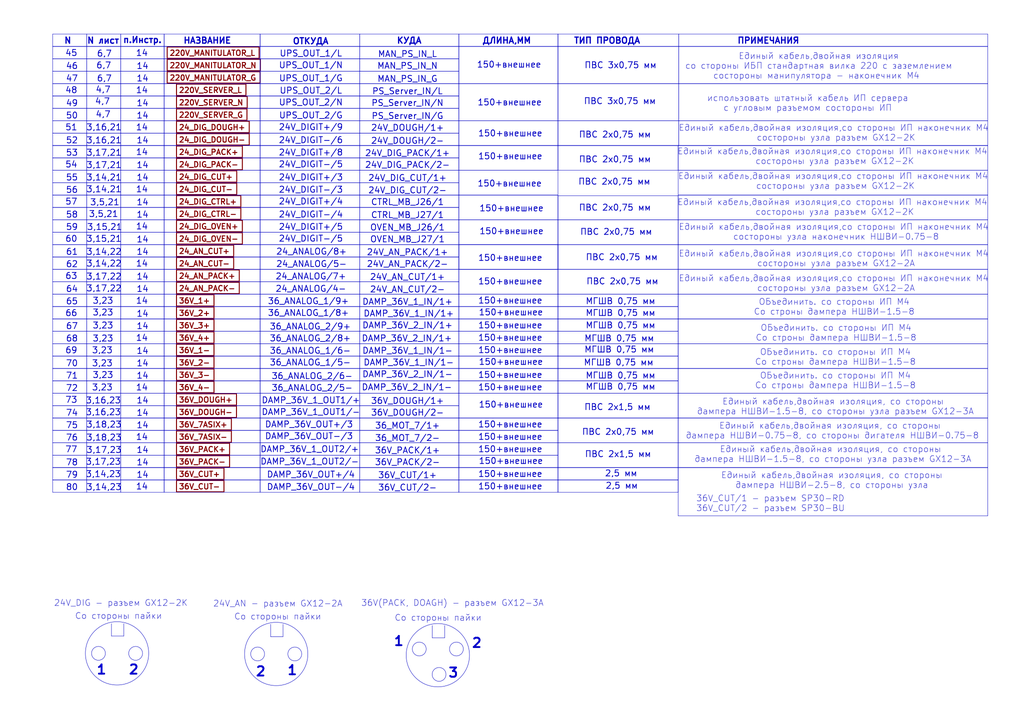
<source format=kicad_sch>
(kicad_sch
	(version 20250114)
	(generator "eeschema")
	(generator_version "9.0")
	(uuid "708b00c0-9cd8-4777-a06c-d7508270204c")
	(paper "A3")
	(lib_symbols)
	(rectangle
		(start 106.68 105.41)
		(end 147.574 110.49)
		(stroke
			(width 0)
			(type default)
		)
		(fill
			(type none)
		)
		(uuid 000326bc-fc7e-4b57-8e6f-9035266cacd7)
	)
	(rectangle
		(start 106.68 69.85)
		(end 147.574 74.93)
		(stroke
			(width 0)
			(type default)
		)
		(fill
			(type none)
		)
		(uuid 0029d44a-c32b-40db-82c8-fd7f687b8010)
	)
	(rectangle
		(start 106.68 34.29)
		(end 147.574 39.37)
		(stroke
			(width 0)
			(type default)
		)
		(fill
			(type none)
		)
		(uuid 009ca6dc-4b5d-4f9e-a773-868ac8cc30b9)
	)
	(rectangle
		(start 278.13 161.29)
		(end 405.13 171.45)
		(stroke
			(width 0)
			(type default)
		)
		(fill
			(type none)
		)
		(uuid 0121bc62-7403-4fb1-9544-31a51002a2e0)
	)
	(rectangle
		(start 21.59 166.37)
		(end 35.56 171.45)
		(stroke
			(width 0)
			(type default)
		)
		(fill
			(type none)
		)
		(uuid 0151cadb-f040-40ea-8e59-f4978e0159ab)
	)
	(rectangle
		(start 21.59 186.69)
		(end 35.56 191.77)
		(stroke
			(width 0)
			(type default)
		)
		(fill
			(type none)
		)
		(uuid 02c9653f-2dd1-44fe-b5c8-064c2ee55b68)
	)
	(rectangle
		(start 147.574 166.37)
		(end 188.214 171.45)
		(stroke
			(width 0)
			(type default)
		)
		(fill
			(type none)
		)
		(uuid 02ecf59f-c28a-4648-884a-db9b48bf45b4)
	)
	(rectangle
		(start 278.13 130.81)
		(end 405.13 140.97)
		(stroke
			(width 0)
			(type default)
		)
		(fill
			(type none)
		)
		(uuid 02f6e738-5552-4685-9c18-f78ad9a5ac2f)
	)
	(rectangle
		(start 35.56 125.73)
		(end 49.53 130.81)
		(stroke
			(width 0)
			(type default)
		)
		(fill
			(type none)
		)
		(uuid 0353d106-082d-4181-a0ff-e653fab49073)
	)
	(rectangle
		(start 106.68 80.01)
		(end 147.574 85.09)
		(stroke
			(width 0)
			(type default)
		)
		(fill
			(type none)
		)
		(uuid 03b5fff0-01c4-42fa-bc9e-7135cf2648e9)
	)
	(rectangle
		(start 147.574 146.05)
		(end 188.214 151.13)
		(stroke
			(width 0)
			(type default)
		)
		(fill
			(type none)
		)
		(uuid 03ead309-3f8a-4bd1-a047-a66d201c4d12)
	)
	(rectangle
		(start 67.31 69.85)
		(end 106.68 74.93)
		(stroke
			(width 0)
			(type default)
		)
		(fill
			(type none)
		)
		(uuid 03ffc26f-794f-4b29-882c-6701877ab80d)
	)
	(circle
		(center 55.626 267.97)
		(radius 2.8398)
		(stroke
			(width 0)
			(type default)
		)
		(fill
			(type none)
		)
		(uuid 046a3749-4c89-4471-9c82-b6954367d5cc)
	)
	(rectangle
		(start 188.214 151.13)
		(end 228.854 156.21)
		(stroke
			(width 0)
			(type default)
		)
		(fill
			(type none)
		)
		(uuid 053bfb20-97ae-4e4e-bb03-d562928c56f3)
	)
	(rectangle
		(start 21.59 161.29)
		(end 35.56 166.37)
		(stroke
			(width 0)
			(type default)
		)
		(fill
			(type none)
		)
		(uuid 05ee7183-018c-4a09-a4ae-59c89e3e8030)
	)
	(rectangle
		(start 278.384 34.29)
		(end 405.13 49.53)
		(stroke
			(width 0)
			(type default)
		)
		(fill
			(type none)
		)
		(uuid 0777ee3d-9176-4a42-aaac-a70fe6e36210)
	)
	(rectangle
		(start 106.68 24.13)
		(end 147.574 29.21)
		(stroke
			(width 0)
			(type default)
		)
		(fill
			(type none)
		)
		(uuid 07d62d3c-3377-4863-8f6c-b7f0d8bb70ae)
	)
	(rectangle
		(start 49.53 24.13)
		(end 67.31 29.21)
		(stroke
			(width 0)
			(type default)
		)
		(fill
			(type none)
		)
		(uuid 07ed4547-6e08-47c1-b633-9042689db6ed)
	)
	(rectangle
		(start 49.53 54.61)
		(end 67.31 59.69)
		(stroke
			(width 0)
			(type default)
		)
		(fill
			(type none)
		)
		(uuid 08a7c80f-d11b-4c60-a210-0225d4e226a1)
	)
	(rectangle
		(start 106.68 74.93)
		(end 147.574 80.01)
		(stroke
			(width 0)
			(type default)
		)
		(fill
			(type none)
		)
		(uuid 08b7f1e6-75a2-4635-a6ce-d9a4830ea936)
	)
	(rectangle
		(start 188.214 69.85)
		(end 228.854 80.01)
		(stroke
			(width 0)
			(type default)
		)
		(fill
			(type none)
		)
		(uuid 08c817bf-f6d3-4151-8bde-df2014513768)
	)
	(rectangle
		(start 147.574 140.97)
		(end 188.214 146.05)
		(stroke
			(width 0)
			(type default)
		)
		(fill
			(type none)
		)
		(uuid 0980dae4-69cc-42c8-9f0c-6e4bd141f49c)
	)
	(rectangle
		(start 21.59 80.01)
		(end 35.56 85.09)
		(stroke
			(width 0)
			(type default)
		)
		(fill
			(type none)
		)
		(uuid 0a0c32aa-3b8d-4074-8b9b-13ecfef042d7)
	)
	(rectangle
		(start 49.53 161.29)
		(end 67.31 166.37)
		(stroke
			(width 0)
			(type default)
		)
		(fill
			(type none)
		)
		(uuid 0a74057b-b223-47a7-be1b-acd74d9ac451)
	)
	(rectangle
		(start 49.53 140.97)
		(end 67.31 146.05)
		(stroke
			(width 0)
			(type default)
		)
		(fill
			(type none)
		)
		(uuid 0a8938cc-5e7e-4dca-a3a1-cd7cc9746b22)
	)
	(rectangle
		(start 21.59 135.89)
		(end 35.56 140.97)
		(stroke
			(width 0)
			(type default)
		)
		(fill
			(type none)
		)
		(uuid 0b13a10a-1dae-44be-b6d3-886446c8fb10)
	)
	(rectangle
		(start 21.59 105.41)
		(end 35.56 110.49)
		(stroke
			(width 0)
			(type default)
		)
		(fill
			(type none)
		)
		(uuid 0c26f74c-9e45-4d1c-9659-9bcf1cbbae1a)
	)
	(rectangle
		(start 278.13 151.13)
		(end 405.13 161.29)
		(stroke
			(width 0)
			(type default)
		)
		(fill
			(type none)
		)
		(uuid 0efe80bc-a7a6-47bb-ba2c-11ca51130b85)
	)
	(rectangle
		(start 35.56 24.13)
		(end 49.53 29.21)
		(stroke
			(width 0)
			(type default)
		)
		(fill
			(type none)
		)
		(uuid 0f00357c-8d43-4112-b612-2fc8765d8add)
	)
	(rectangle
		(start 35.56 90.17)
		(end 49.53 95.25)
		(stroke
			(width 0)
			(type default)
		)
		(fill
			(type none)
		)
		(uuid 0f0f32ae-15f8-4240-a28f-5ee6d1b7a89d)
	)
	(rectangle
		(start 147.574 74.93)
		(end 188.214 80.01)
		(stroke
			(width 0)
			(type default)
		)
		(fill
			(type none)
		)
		(uuid 0f354d11-4f6d-4711-8398-a7c0af4b3406)
	)
	(rectangle
		(start 228.854 151.13)
		(end 278.13 156.21)
		(stroke
			(width 0)
			(type default)
		)
		(fill
			(type none)
		)
		(uuid 106f2a22-5645-4c7f-9085-43b69c7ba08e)
	)
	(rectangle
		(start 67.31 146.05)
		(end 106.68 151.13)
		(stroke
			(width 0)
			(type default)
		)
		(fill
			(type none)
		)
		(uuid 10a456d2-5e9c-4b2a-bfa8-c83fa0d6700a)
	)
	(rectangle
		(start 147.574 95.25)
		(end 188.214 100.33)
		(stroke
			(width 0)
			(type default)
		)
		(fill
			(type none)
		)
		(uuid 14cfcc09-9859-432b-aa3d-e6b9e13432c6)
	)
	(rectangle
		(start 228.854 13.97)
		(end 278.384 19.05)
		(stroke
			(width 0)
			(type default)
		)
		(fill
			(type none)
		)
		(uuid 17502bb5-fcea-47aa-9ea4-c9906f441c6e)
	)
	(rectangle
		(start 188.214 110.49)
		(end 228.854 120.65)
		(stroke
			(width 0)
			(type default)
		)
		(fill
			(type none)
		)
		(uuid 175a0a37-b5f1-4b95-98d8-06dc9e6e3dcd)
	)
	(rectangle
		(start 147.574 156.21)
		(end 188.214 161.29)
		(stroke
			(width 0)
			(type default)
		)
		(fill
			(type none)
		)
		(uuid 182a5e40-47b9-4acc-89ec-e4cadbcde544)
	)
	(rectangle
		(start 106.68 156.21)
		(end 147.574 161.29)
		(stroke
			(width 0)
			(type default)
		)
		(fill
			(type none)
		)
		(uuid 18b57f48-65a7-4d1b-91b8-3bc329347f39)
	)
	(rectangle
		(start 278.13 90.17)
		(end 405.13 100.33)
		(stroke
			(width 0)
			(type default)
		)
		(fill
			(type none)
		)
		(uuid 18f44499-0278-491d-8377-8b7aed209a57)
	)
	(rectangle
		(start 21.59 196.85)
		(end 35.56 201.93)
		(stroke
			(width 0)
			(type default)
		)
		(fill
			(type none)
		)
		(uuid 1949e755-4a20-4fa4-aae0-7c7c2252049c)
	)
	(rectangle
		(start 228.854 140.97)
		(end 278.13 146.05)
		(stroke
			(width 0)
			(type default)
		)
		(fill
			(type none)
		)
		(uuid 197420aa-7be3-41bf-b5c5-b66dcbb4b113)
	)
	(rectangle
		(start 35.56 74.93)
		(end 49.53 80.01)
		(stroke
			(width 0)
			(type default)
		)
		(fill
			(type none)
		)
		(uuid 1b876360-a70d-4774-9d2e-07815100daee)
	)
	(rectangle
		(start 67.31 196.85)
		(end 106.68 201.93)
		(stroke
			(width 0)
			(type default)
		)
		(fill
			(type none)
		)
		(uuid 1b938ee8-668a-417d-8084-5d056149da66)
	)
	(rectangle
		(start 35.56 140.97)
		(end 49.53 146.05)
		(stroke
			(width 0)
			(type default)
		)
		(fill
			(type none)
		)
		(uuid 1d86e981-ff1f-4fce-b392-9d74ed113953)
	)
	(circle
		(center 48.006 267.97)
		(radius 12.9764)
		(stroke
			(width 0)
			(type default)
		)
		(fill
			(type none)
		)
		(uuid 1db375ba-21c9-4990-a8d1-6efe91d057f4)
	)
	(rectangle
		(start 147.574 69.85)
		(end 188.214 74.93)
		(stroke
			(width 0)
			(type default)
		)
		(fill
			(type none)
		)
		(uuid 1e239c22-e699-4b4a-943e-b815a8e244f1)
	)
	(rectangle
		(start 21.59 125.73)
		(end 35.56 130.81)
		(stroke
			(width 0)
			(type default)
		)
		(fill
			(type none)
		)
		(uuid 1ea98ce7-7d57-4a02-9694-55dbfb5a2af3)
	)
	(rectangle
		(start 67.31 115.57)
		(end 106.68 120.65)
		(stroke
			(width 0)
			(type default)
		)
		(fill
			(type none)
		)
		(uuid 1f3ec3c2-9a6c-4018-b5b9-ed68d1ca3a52)
	)
	(rectangle
		(start 35.56 54.61)
		(end 49.53 59.69)
		(stroke
			(width 0)
			(type default)
		)
		(fill
			(type none)
		)
		(uuid 1ff94e34-e8c0-4597-b697-ceaf11006556)
	)
	(circle
		(center 113.284 268.224)
		(radius 12.9764)
		(stroke
			(width 0)
			(type default)
		)
		(fill
			(type none)
		)
		(uuid 209fdf4f-3413-483a-9d87-9927e1c133f1)
	)
	(rectangle
		(start 49.53 186.69)
		(end 67.31 191.77)
		(stroke
			(width 0)
			(type default)
		)
		(fill
			(type none)
		)
		(uuid 218901b0-2147-425f-87c2-e9b63fe4cae8)
	)
	(rectangle
		(start 67.31 171.45)
		(end 106.68 176.53)
		(stroke
			(width 0)
			(type default)
		)
		(fill
			(type none)
		)
		(uuid 2316de81-b29b-4cea-bec2-72e0608da575)
	)
	(rectangle
		(start 21.59 69.85)
		(end 35.56 74.93)
		(stroke
			(width 0)
			(type default)
		)
		(fill
			(type none)
		)
		(uuid 23a963d7-fef8-42e4-9bae-6b945f2c02e1)
	)
	(rectangle
		(start 147.574 135.89)
		(end 188.214 140.97)
		(stroke
			(width 0)
			(type default)
		)
		(fill
			(type none)
		)
		(uuid 23f04bca-12b1-4058-83d8-4250f2b873d8)
	)
	(rectangle
		(start 106.68 19.05)
		(end 147.574 24.13)
		(stroke
			(width 0)
			(type default)
		)
		(fill
			(type none)
		)
		(uuid 242bb94a-33ca-4c44-b82c-88ff6f3dd411)
	)
	(rectangle
		(start 106.68 135.89)
		(end 147.574 140.97)
		(stroke
			(width 0)
			(type default)
		)
		(fill
			(type none)
		)
		(uuid 24f87d58-1e56-465d-9d25-4cb59bef8b77)
	)
	(rectangle
		(start 188.214 146.05)
		(end 228.854 151.13)
		(stroke
			(width 0)
			(type default)
		)
		(fill
			(type none)
		)
		(uuid 250a1523-355c-491e-8854-bbea4f0f989d)
	)
	(rectangle
		(start 106.68 115.57)
		(end 147.574 120.65)
		(stroke
			(width 0)
			(type default)
		)
		(fill
			(type none)
		)
		(uuid 27fa21bc-9ddc-4999-88c1-014517cebee8)
	)
	(rectangle
		(start 67.31 100.33)
		(end 106.68 105.41)
		(stroke
			(width 0)
			(type default)
		)
		(fill
			(type none)
		)
		(uuid 283b1402-2b68-4c7d-a0ff-4328c99e6e65)
	)
	(rectangle
		(start 35.56 196.85)
		(end 49.53 201.93)
		(stroke
			(width 0)
			(type default)
		)
		(fill
			(type none)
		)
		(uuid 28ece86b-6730-40bd-98d6-f38bdd9809c2)
	)
	(rectangle
		(start 188.214 176.53)
		(end 228.854 181.61)
		(stroke
			(width 0)
			(type default)
		)
		(fill
			(type none)
		)
		(uuid 290526c5-69f5-4043-a15b-03c8e062dd09)
	)
	(rectangle
		(start 147.574 196.85)
		(end 188.214 201.93)
		(stroke
			(width 0)
			(type default)
		)
		(fill
			(type none)
		)
		(uuid 291b4110-bcd9-4c92-838c-75ee871be9ff)
	)
	(rectangle
		(start 21.59 85.09)
		(end 35.56 90.17)
		(stroke
			(width 0)
			(type default)
		)
		(fill
			(type none)
		)
		(uuid 2993d2ca-96de-46a2-bf3b-c86f38e2ea36)
	)
	(rectangle
		(start 106.68 196.85)
		(end 147.574 201.93)
		(stroke
			(width 0)
			(type default)
		)
		(fill
			(type none)
		)
		(uuid 29ea8bd2-7265-4451-a5d3-66c25c362d63)
	)
	(rectangle
		(start 21.59 19.05)
		(end 35.56 24.13)
		(stroke
			(width 0)
			(type default)
		)
		(fill
			(type none)
		)
		(uuid 29ec9683-e538-462d-8ecf-37b83ec28799)
	)
	(rectangle
		(start 147.574 19.05)
		(end 188.214 24.13)
		(stroke
			(width 0)
			(type default)
		)
		(fill
			(type none)
		)
		(uuid 2a557412-14de-4055-b043-1df6c01f975e)
	)
	(rectangle
		(start 35.56 95.25)
		(end 49.53 100.33)
		(stroke
			(width 0)
			(type default)
		)
		(fill
			(type none)
		)
		(uuid 2adec696-5922-4d48-863e-acc419da83b7)
	)
	(rectangle
		(start 188.214 59.69)
		(end 228.854 69.85)
		(stroke
			(width 0)
			(type default)
		)
		(fill
			(type none)
		)
		(uuid 2cae4e67-dd08-49ae-ad2c-c2e6def657d5)
	)
	(rectangle
		(start 147.574 110.49)
		(end 188.214 115.57)
		(stroke
			(width 0)
			(type default)
		)
		(fill
			(type none)
		)
		(uuid 2d41615d-2d95-4464-9d9a-a1bccf6b9eba)
	)
	(rectangle
		(start 278.13 69.85)
		(end 405.13 80.01)
		(stroke
			(width 0)
			(type default)
		)
		(fill
			(type none)
		)
		(uuid 2f8c289c-82fc-4837-9e05-53bc74267794)
	)
	(rectangle
		(start 21.59 156.21)
		(end 35.56 161.29)
		(stroke
			(width 0)
			(type default)
		)
		(fill
			(type none)
		)
		(uuid 30457ea4-11b1-416e-954e-334c2d091b34)
	)
	(rectangle
		(start 278.13 181.61)
		(end 405.13 191.77)
		(stroke
			(width 0)
			(type default)
		)
		(fill
			(type none)
		)
		(uuid 312b80bb-0cea-44ea-93c0-d221cffaf44d)
	)
	(rectangle
		(start 106.68 44.45)
		(end 147.574 49.53)
		(stroke
			(width 0)
			(type default)
		)
		(fill
			(type none)
		)
		(uuid 324b11fa-7b66-4668-ba76-c235cbd803cb)
	)
	(rectangle
		(start 67.31 120.65)
		(end 106.68 125.73)
		(stroke
			(width 0)
			(type default)
		)
		(fill
			(type none)
		)
		(uuid 3305bc03-c6b3-4f0d-9ad4-8de2f6e9e0a2)
	)
	(rectangle
		(start 35.56 191.77)
		(end 49.53 196.85)
		(stroke
			(width 0)
			(type default)
		)
		(fill
			(type none)
		)
		(uuid 35774264-6d51-4bf7-9945-8b782dfa80f3)
	)
	(rectangle
		(start 21.59 191.77)
		(end 35.56 196.85)
		(stroke
			(width 0)
			(type default)
		)
		(fill
			(type none)
		)
		(uuid 36493d2c-331f-466b-a227-1fd987f2c529)
	)
	(rectangle
		(start 106.68 181.61)
		(end 147.574 186.69)
		(stroke
			(width 0)
			(type default)
		)
		(fill
			(type none)
		)
		(uuid 36d0e1d5-55e7-47ab-977b-ff194b2aa252)
	)
	(rectangle
		(start 228.854 90.17)
		(end 278.13 100.33)
		(stroke
			(width 0)
			(type default)
		)
		(fill
			(type none)
		)
		(uuid 37221093-fce8-4364-afa0-75924a63a2c6)
	)
	(rectangle
		(start 147.574 176.53)
		(end 188.214 181.61)
		(stroke
			(width 0)
			(type default)
		)
		(fill
			(type none)
		)
		(uuid 383520ea-0e6e-4a17-a28a-2d1f9094d412)
	)
	(rectangle
		(start 67.31 135.89)
		(end 106.68 140.97)
		(stroke
			(width 0)
			(type default)
		)
		(fill
			(type none)
		)
		(uuid 39423c2f-6184-4f83-a7be-b8ca7bd5d1ab)
	)
	(rectangle
		(start 147.574 90.17)
		(end 188.214 95.25)
		(stroke
			(width 0)
			(type default)
		)
		(fill
			(type none)
		)
		(uuid 3969b191-ce27-4a93-9bf6-5d79021a8c4f)
	)
	(rectangle
		(start 106.68 54.61)
		(end 147.574 59.69)
		(stroke
			(width 0)
			(type default)
		)
		(fill
			(type none)
		)
		(uuid 399b4202-3a8e-46a8-b63b-77696e33f3ae)
	)
	(rectangle
		(start 278.13 100.33)
		(end 405.13 110.49)
		(stroke
			(width 0)
			(type default)
		)
		(fill
			(type none)
		)
		(uuid 3c677295-7a6d-417e-8076-27272fa613c8)
	)
	(rectangle
		(start 49.53 85.09)
		(end 67.31 90.17)
		(stroke
			(width 0)
			(type default)
		)
		(fill
			(type none)
		)
		(uuid 3d81c5dd-7895-48ad-97b1-fa1071c85e82)
	)
	(rectangle
		(start 147.574 54.61)
		(end 188.214 59.69)
		(stroke
			(width 0)
			(type default)
		)
		(fill
			(type none)
		)
		(uuid 3ee10269-db6b-4775-9f06-2060b70a3ddb)
	)
	(rectangle
		(start 21.59 151.13)
		(end 35.56 156.21)
		(stroke
			(width 0)
			(type default)
		)
		(fill
			(type none)
		)
		(uuid 3fd6991d-7e9c-4a05-bb66-f74895939c12)
	)
	(rectangle
		(start 188.214 100.33)
		(end 228.854 110.49)
		(stroke
			(width 0)
			(type default)
		)
		(fill
			(type none)
		)
		(uuid 4033f8e1-31f2-47b0-85a3-edd2dc638d77)
	)
	(rectangle
		(start 147.574 64.77)
		(end 188.214 69.85)
		(stroke
			(width 0)
			(type default)
		)
		(fill
			(type none)
		)
		(uuid 41a284bc-24bc-4256-984f-55b036088823)
	)
	(rectangle
		(start 147.574 80.01)
		(end 188.214 85.09)
		(stroke
			(width 0)
			(type default)
		)
		(fill
			(type none)
		)
		(uuid 425cb222-2b91-4982-9382-3e9ca5d911f4)
	)
	(rectangle
		(start 278.13 80.01)
		(end 405.13 90.17)
		(stroke
			(width 0)
			(type default)
		)
		(fill
			(type none)
		)
		(uuid 43421805-c706-4686-bd63-e8f33192f9de)
	)
	(rectangle
		(start 188.214 140.97)
		(end 228.854 146.05)
		(stroke
			(width 0)
			(type default)
		)
		(fill
			(type none)
		)
		(uuid 434f7981-c75d-4893-ae97-4956cf236c04)
	)
	(rectangle
		(start 35.56 80.01)
		(end 49.53 85.09)
		(stroke
			(width 0)
			(type default)
		)
		(fill
			(type none)
		)
		(uuid 44d66318-13fd-45b7-9dfe-796463749fe2)
	)
	(rectangle
		(start 188.214 191.77)
		(end 228.854 196.85)
		(stroke
			(width 0)
			(type default)
		)
		(fill
			(type none)
		)
		(uuid 45532f22-9123-4854-8d73-38aa1fd6f346)
	)
	(rectangle
		(start 147.574 39.37)
		(end 188.214 44.45)
		(stroke
			(width 0)
			(type default)
		)
		(fill
			(type none)
		)
		(uuid 46e8e58c-c605-490e-81e2-78de8147ec24)
	)
	(rectangle
		(start 147.574 29.21)
		(end 188.214 34.29)
		(stroke
			(width 0)
			(type default)
		)
		(fill
			(type none)
		)
		(uuid 48261776-b124-492b-b5fd-ebe853bb1ec1)
	)
	(rectangle
		(start 147.574 44.45)
		(end 188.214 49.53)
		(stroke
			(width 0)
			(type default)
		)
		(fill
			(type none)
		)
		(uuid 495b8dab-50f4-4eb4-896e-6388227673b0)
	)
	(rectangle
		(start 67.31 34.29)
		(end 106.68 39.37)
		(stroke
			(width 0)
			(type default)
		)
		(fill
			(type none)
		)
		(uuid 4aeb6be0-8e91-4de2-a434-7a0e1050a465)
	)
	(rectangle
		(start 147.574 130.81)
		(end 188.214 135.89)
		(stroke
			(width 0)
			(type default)
		)
		(fill
			(type none)
		)
		(uuid 4b00d483-729f-4e92-a638-5e1fcc1a6bb6)
	)
	(rectangle
		(start 106.68 140.97)
		(end 147.574 146.05)
		(stroke
			(width 0)
			(type default)
		)
		(fill
			(type none)
		)
		(uuid 4f2228d5-0f97-45e2-a9a8-1cfffd54fef6)
	)
	(rectangle
		(start 188.214 161.29)
		(end 228.854 171.45)
		(stroke
			(width 0)
			(type default)
		)
		(fill
			(type none)
		)
		(uuid 4f4684d4-2671-4591-a2ad-450b0109ec66)
	)
	(rectangle
		(start 188.214 34.29)
		(end 228.854 49.53)
		(stroke
			(width 0)
			(type default)
		)
		(fill
			(type none)
		)
		(uuid 5321c8db-e3bc-4e37-a919-641d4718cf2d)
	)
	(rectangle
		(start 147.574 85.09)
		(end 188.214 90.17)
		(stroke
			(width 0)
			(type default)
		)
		(fill
			(type none)
		)
		(uuid 532cf989-af13-456a-adfb-805ff30db6d6)
	)
	(rectangle
		(start 188.214 181.61)
		(end 228.854 186.69)
		(stroke
			(width 0)
			(type default)
		)
		(fill
			(type none)
		)
		(uuid 5334c03c-cd8b-4652-ad4e-d0d7ea1db8b0)
	)
	(rectangle
		(start 67.31 161.29)
		(end 106.68 166.37)
		(stroke
			(width 0)
			(type default)
		)
		(fill
			(type none)
		)
		(uuid 54148b5d-8f9a-401b-890d-0239c548a93d)
	)
	(rectangle
		(start 67.31 85.09)
		(end 106.68 90.17)
		(stroke
			(width 0)
			(type default)
		)
		(fill
			(type none)
		)
		(uuid 54ae0e9a-81bc-4b63-b2ef-cb21f061e294)
	)
	(circle
		(center 120.904 268.224)
		(radius 2.8398)
		(stroke
			(width 0)
			(type default)
		)
		(fill
			(type none)
		)
		(uuid 54b637a9-f1ff-4297-a539-079e201d5d34)
	)
	(rectangle
		(start 21.59 24.13)
		(end 35.56 29.21)
		(stroke
			(width 0)
			(type default)
		)
		(fill
			(type none)
		)
		(uuid 5626bb19-9bb2-4cc2-bd48-a997e32af43a)
	)
	(rectangle
		(start 106.68 49.53)
		(end 147.574 54.61)
		(stroke
			(width 0)
			(type default)
		)
		(fill
			(type none)
		)
		(uuid 58f6a205-adfb-4d7e-9356-8d1657f3ddf8)
	)
	(rectangle
		(start 21.59 44.45)
		(end 35.56 49.53)
		(stroke
			(width 0)
			(type default)
		)
		(fill
			(type none)
		)
		(uuid 599ee84e-1063-4d7b-91fd-1d5736fd4e31)
	)
	(rectangle
		(start 106.68 171.45)
		(end 147.574 176.53)
		(stroke
			(width 0)
			(type default)
		)
		(fill
			(type none)
		)
		(uuid 5a34436d-344f-4a26-ab80-5d8ae1654c83)
	)
	(rectangle
		(start 35.56 171.45)
		(end 49.53 176.53)
		(stroke
			(width 0)
			(type default)
		)
		(fill
			(type none)
		)
		(uuid 5bc4e4ef-3c1d-4524-ba7b-e48ed2c87919)
	)
	(rectangle
		(start 106.68 176.53)
		(end 147.574 181.61)
		(stroke
			(width 0)
			(type default)
		)
		(fill
			(type none)
		)
		(uuid 5bd87071-4ba8-4e3d-a4aa-fa58c614f69b)
	)
	(rectangle
		(start 35.56 49.53)
		(end 49.53 54.61)
		(stroke
			(width 0)
			(type default)
		)
		(fill
			(type none)
		)
		(uuid 5cf5a97b-1759-4a16-9a29-1c63d71eb1e9)
	)
	(rectangle
		(start 188.214 156.21)
		(end 228.854 161.29)
		(stroke
			(width 0)
			(type default)
		)
		(fill
			(type none)
		)
		(uuid 5d9eb8b5-9a75-42cb-8241-cf106dc70d3a)
	)
	(rectangle
		(start 49.53 100.33)
		(end 67.31 105.41)
		(stroke
			(width 0)
			(type default)
		)
		(fill
			(type none)
		)
		(uuid 5da5f98f-7c66-4b74-94fa-52dc5920ab43)
	)
	(rectangle
		(start 228.854 181.61)
		(end 278.13 191.77)
		(stroke
			(width 0)
			(type default)
		)
		(fill
			(type none)
		)
		(uuid 5e81116a-5280-454b-8f50-94aa8b0a8168)
	)
	(rectangle
		(start 35.56 130.81)
		(end 49.53 135.89)
		(stroke
			(width 0)
			(type default)
		)
		(fill
			(type none)
		)
		(uuid 5efa22d6-e62a-44d5-8795-87b80c390a88)
	)
	(rectangle
		(start 147.574 13.97)
		(end 188.214 19.05)
		(stroke
			(width 0)
			(type default)
		)
		(fill
			(type none)
		)
		(uuid 5f07177b-774f-4594-9c0c-f349c3afa344)
	)
	(rectangle
		(start 35.56 135.89)
		(end 49.53 140.97)
		(stroke
			(width 0)
			(type default)
		)
		(fill
			(type none)
		)
		(uuid 5f67aeab-2acb-4fc6-a86f-6139eaa32d1a)
	)
	(rectangle
		(start 106.68 120.65)
		(end 147.574 125.73)
		(stroke
			(width 0)
			(type default)
		)
		(fill
			(type none)
		)
		(uuid 5ff07fcf-7221-40b4-a31a-c5516506d4f6)
	)
	(rectangle
		(start 67.31 166.37)
		(end 106.68 171.45)
		(stroke
			(width 0)
			(type default)
		)
		(fill
			(type none)
		)
		(uuid 61052d19-0cd2-45c1-81ae-656dffc7b06d)
	)
	(rectangle
		(start 147.574 151.13)
		(end 188.214 156.21)
		(stroke
			(width 0)
			(type default)
		)
		(fill
			(type none)
		)
		(uuid 63c91a16-ce0f-431c-9358-48cb2e02d6f6)
	)
	(rectangle
		(start 147.574 125.73)
		(end 188.214 130.81)
		(stroke
			(width 0)
			(type default)
		)
		(fill
			(type none)
		)
		(uuid 645efbea-8e4f-4394-987e-c1db3d3a640a)
	)
	(rectangle
		(start 228.854 135.89)
		(end 278.13 140.97)
		(stroke
			(width 0)
			(type default)
		)
		(fill
			(type none)
		)
		(uuid 646623b8-50b9-4161-9f03-e94df00d2040)
	)
	(rectangle
		(start 228.854 156.21)
		(end 278.13 161.29)
		(stroke
			(width 0)
			(type default)
		)
		(fill
			(type none)
		)
		(uuid 66129c8e-b704-4234-99a6-e376a063ec7a)
	)
	(rectangle
		(start 188.214 196.85)
		(end 228.854 201.93)
		(stroke
			(width 0)
			(type default)
		)
		(fill
			(type none)
		)
		(uuid 6652b4c9-3956-4aa4-9611-657592c600f5)
	)
	(rectangle
		(start 228.854 19.05)
		(end 278.384 34.29)
		(stroke
			(width 0)
			(type default)
		)
		(fill
			(type none)
		)
		(uuid 667d37b5-122e-42d9-bde4-d7efe1697cc5)
	)
	(rectangle
		(start 67.31 191.77)
		(end 106.68 196.85)
		(stroke
			(width 0)
			(type default)
		)
		(fill
			(type none)
		)
		(uuid 67f0b20d-f2b9-4e3e-bff3-ffd499431b7e)
	)
	(rectangle
		(start 49.53 156.21)
		(end 67.31 161.29)
		(stroke
			(width 0)
			(type default)
		)
		(fill
			(type none)
		)
		(uuid 685b3e45-a59d-4d23-9754-5e7f15e15e97)
	)
	(rectangle
		(start 49.53 64.77)
		(end 67.31 69.85)
		(stroke
			(width 0)
			(type default)
		)
		(fill
			(type none)
		)
		(uuid 69657339-ddc3-4ccf-9ff2-bf113c033c1b)
	)
	(rectangle
		(start 35.56 166.37)
		(end 49.53 171.45)
		(stroke
			(width 0)
			(type default)
		)
		(fill
			(type none)
		)
		(uuid 6a43a159-d3a9-4508-9645-4ef578954f75)
	)
	(rectangle
		(start 188.214 135.89)
		(end 228.854 140.97)
		(stroke
			(width 0)
			(type default)
		)
		(fill
			(type none)
		)
		(uuid 6b315202-b848-40a5-aaea-e37d495134b1)
	)
	(rectangle
		(start 147.574 59.69)
		(end 188.214 64.77)
		(stroke
			(width 0)
			(type default)
		)
		(fill
			(type none)
		)
		(uuid 6c6b143e-aa3e-42d1-9840-bb5df63374fa)
	)
	(rectangle
		(start 35.56 156.21)
		(end 49.53 161.29)
		(stroke
			(width 0)
			(type default)
		)
		(fill
			(type none)
		)
		(uuid 6ee74fc4-fa8d-45b3-8509-3654c61aae51)
	)
	(rectangle
		(start 21.59 171.45)
		(end 35.56 176.53)
		(stroke
			(width 0)
			(type default)
		)
		(fill
			(type none)
		)
		(uuid 6f979688-4fe9-44ad-84b9-cc6297b6240e)
	)
	(rectangle
		(start 67.31 125.73)
		(end 106.68 130.81)
		(stroke
			(width 0)
			(type default)
		)
		(fill
			(type none)
		)
		(uuid 706f7c85-232b-4f59-85e3-eb8c72d97eef)
	)
	(rectangle
		(start 67.31 176.53)
		(end 106.68 181.61)
		(stroke
			(width 0)
			(type default)
		)
		(fill
			(type none)
		)
		(uuid 7096f8d2-d85e-4c45-ac96-c35eb0e40c2e)
	)
	(rectangle
		(start 49.53 171.45)
		(end 67.31 176.53)
		(stroke
			(width 0)
			(type default)
		)
		(fill
			(type none)
		)
		(uuid 710378be-690e-46f4-80c0-0c13b4305f66)
	)
	(rectangle
		(start 49.53 146.05)
		(end 67.31 151.13)
		(stroke
			(width 0)
			(type default)
		)
		(fill
			(type none)
		)
		(uuid 71af95f4-430a-436d-91b8-e0663e151475)
	)
	(rectangle
		(start 21.59 130.81)
		(end 35.56 135.89)
		(stroke
			(width 0)
			(type default)
		)
		(fill
			(type none)
		)
		(uuid 740a61d2-5fb9-42fb-b61d-5433c7415c6b)
	)
	(rectangle
		(start 21.59 181.61)
		(end 35.56 186.69)
		(stroke
			(width 0)
			(type default)
		)
		(fill
			(type none)
		)
		(uuid 75ef3a34-8cf5-42e7-9285-1204bb751790)
	)
	(rectangle
		(start 106.68 166.37)
		(end 147.574 171.45)
		(stroke
			(width 0)
			(type default)
		)
		(fill
			(type none)
		)
		(uuid 76442559-107f-42c4-a963-1562352bf1b7)
	)
	(rectangle
		(start 67.31 19.05)
		(end 106.68 24.13)
		(stroke
			(width 0)
			(type default)
		)
		(fill
			(type none)
		)
		(uuid 76821b77-ac71-428c-a51e-0be7e870a6e4)
	)
	(rectangle
		(start 35.56 176.53)
		(end 49.53 181.61)
		(stroke
			(width 0)
			(type default)
		)
		(fill
			(type none)
		)
		(uuid 7693a1c9-8516-4cff-9210-a51f7931010d)
	)
	(rectangle
		(start 67.31 140.97)
		(end 106.68 146.05)
		(stroke
			(width 0)
			(type default)
		)
		(fill
			(type none)
		)
		(uuid 76e3972c-dc85-4450-9241-f2547682cac6)
	)
	(rectangle
		(start 228.854 171.45)
		(end 278.13 181.61)
		(stroke
			(width 0)
			(type default)
		)
		(fill
			(type none)
		)
		(uuid 77f30617-46cb-437c-a3c7-8480eb03c4e4)
	)
	(circle
		(center 179.578 268.732)
		(radius 12.9764)
		(stroke
			(width 0)
			(type default)
		)
		(fill
			(type none)
		)
		(uuid 7944bf47-5708-4248-9539-36a69b4d3cb4)
	)
	(rectangle
		(start 35.56 100.33)
		(end 49.53 105.41)
		(stroke
			(width 0)
			(type default)
		)
		(fill
			(type none)
		)
		(uuid 79a6a9f6-d32d-44c4-8021-1f1ed23e33ce)
	)
	(rectangle
		(start 147.574 181.61)
		(end 188.214 186.69)
		(stroke
			(width 0)
			(type default)
		)
		(fill
			(type none)
		)
		(uuid 7a284f28-d838-4631-a4ed-f9b2c064dfbf)
	)
	(rectangle
		(start 278.384 19.05)
		(end 405.13 34.29)
		(stroke
			(width 0)
			(type default)
		)
		(fill
			(type none)
		)
		(uuid 7af423ab-9be0-4560-9d82-c4e9983f4ef7)
	)
	(rectangle
		(start 228.854 80.264)
		(end 278.13 90.17)
		(stroke
			(width 0)
			(type default)
		)
		(fill
			(type none)
		)
		(uuid 7b86b64e-1fa1-412c-8d30-2b817833375d)
	)
	(rectangle
		(start 278.384 49.53)
		(end 405.13 59.69)
		(stroke
			(width 0)
			(type default)
		)
		(fill
			(type none)
		)
		(uuid 7bcd9ef0-a858-410b-a8a9-c5eb993bd848)
	)
	(rectangle
		(start 49.53 110.49)
		(end 67.31 115.57)
		(stroke
			(width 0)
			(type default)
		)
		(fill
			(type none)
		)
		(uuid 7cccd06b-a8a0-4330-8e86-52fb7466b13c)
	)
	(rectangle
		(start 35.56 105.41)
		(end 49.53 110.49)
		(stroke
			(width 0)
			(type default)
		)
		(fill
			(type none)
		)
		(uuid 7e66dbb0-80d7-412e-9d89-91f7f3ef464a)
	)
	(rectangle
		(start 67.31 80.01)
		(end 106.68 85.09)
		(stroke
			(width 0)
			(type default)
		)
		(fill
			(type none)
		)
		(uuid 7eede9ec-0816-48d0-b2a4-7d788745d400)
	)
	(rectangle
		(start 228.854 130.81)
		(end 278.13 135.89)
		(stroke
			(width 0)
			(type default)
		)
		(fill
			(type none)
		)
		(uuid 81030126-14e9-4472-adb1-be4a11729775)
	)
	(rectangle
		(start 106.68 29.21)
		(end 147.574 34.29)
		(stroke
			(width 0)
			(type default)
		)
		(fill
			(type none)
		)
		(uuid 81336892-2425-42b7-a498-094d55704547)
	)
	(circle
		(center 187.198 266.192)
		(radius 2.8398)
		(stroke
			(width 0)
			(type default)
		)
		(fill
			(type none)
		)
		(uuid 81c955b5-1f60-4f5d-a070-db3e8db583de)
	)
	(rectangle
		(start 49.53 151.13)
		(end 67.31 156.21)
		(stroke
			(width 0)
			(type default)
		)
		(fill
			(type none)
		)
		(uuid 83adf1ab-7bb3-4ca0-837d-4539de2311d0)
	)
	(rectangle
		(start 188.214 49.53)
		(end 228.854 59.69)
		(stroke
			(width 0)
			(type default)
		)
		(fill
			(type none)
		)
		(uuid 841d2d87-e21c-4c9a-adeb-04d5a0708255)
	)
	(rectangle
		(start 21.59 120.65)
		(end 35.56 125.73)
		(stroke
			(width 0)
			(type default)
		)
		(fill
			(type none)
		)
		(uuid 84b98afa-c0b5-44f0-a93f-3c597b2b3df5)
	)
	(rectangle
		(start 49.53 95.25)
		(end 67.31 100.33)
		(stroke
			(width 0)
			(type default)
		)
		(fill
			(type none)
		)
		(uuid 84c946c7-ce78-4a60-8f4c-a0ef3dc301fb)
	)
	(rectangle
		(start 49.53 130.81)
		(end 67.31 135.89)
		(stroke
			(width 0)
			(type default)
		)
		(fill
			(type none)
		)
		(uuid 8526af73-c6d0-4767-9539-7dead5f1f9e5)
	)
	(rectangle
		(start 67.31 39.37)
		(end 106.68 44.45)
		(stroke
			(width 0)
			(type default)
		)
		(fill
			(type none)
		)
		(uuid 85772901-a516-4372-9e6f-2c43a8ebf2b4)
	)
	(rectangle
		(start 106.68 59.69)
		(end 147.574 64.77)
		(stroke
			(width 0)
			(type default)
		)
		(fill
			(type none)
		)
		(uuid 858db6b5-3894-46ce-8d99-4fa3e4c0e94b)
	)
	(rectangle
		(start 67.31 181.61)
		(end 106.68 186.69)
		(stroke
			(width 0)
			(type default)
		)
		(fill
			(type none)
		)
		(uuid 86fba87f-3a94-4017-930d-252d7f05bcb6)
	)
	(rectangle
		(start 21.59 100.33)
		(end 35.56 105.41)
		(stroke
			(width 0)
			(type default)
		)
		(fill
			(type none)
		)
		(uuid 877aed1c-7853-4faa-ac25-fc8ecb8b1032)
	)
	(rectangle
		(start 35.56 34.29)
		(end 49.53 39.37)
		(stroke
			(width 0)
			(type default)
		)
		(fill
			(type none)
		)
		(uuid 885e9965-a406-47cb-b3a6-d539df2e2072)
	)
	(rectangle
		(start 67.31 186.69)
		(end 106.68 191.77)
		(stroke
			(width 0)
			(type default)
		)
		(fill
			(type none)
		)
		(uuid 88b0d2a8-2335-4661-83dc-371acd3b6850)
	)
	(rectangle
		(start 35.56 39.37)
		(end 49.53 44.45)
		(stroke
			(width 0)
			(type default)
		)
		(fill
			(type none)
		)
		(uuid 8a4c0f30-d86a-4c41-a5f6-e63149db6542)
	)
	(rectangle
		(start 49.53 13.97)
		(end 67.31 19.05)
		(stroke
			(width 0)
			(type default)
		)
		(fill
			(type none)
		)
		(uuid 8b4ab22b-95c8-4bc9-8fdd-e6b34bbdece9)
	)
	(rectangle
		(start 106.68 100.33)
		(end 147.574 105.41)
		(stroke
			(width 0)
			(type default)
		)
		(fill
			(type none)
		)
		(uuid 8b541d23-99d8-44ec-83bb-8dcec5326851)
	)
	(rectangle
		(start 21.59 64.77)
		(end 35.56 69.85)
		(stroke
			(width 0)
			(type default)
		)
		(fill
			(type none)
		)
		(uuid 8b74edca-7112-4bbf-b57f-05d46490da2c)
	)
	(rectangle
		(start 188.214 100.33)
		(end 228.854 110.49)
		(stroke
			(width 0)
			(type default)
		)
		(fill
			(type none)
		)
		(uuid 8c03c793-c8de-4235-87f6-15891e77476a)
	)
	(rectangle
		(start 278.13 140.97)
		(end 405.13 151.13)
		(stroke
			(width 0)
			(type default)
		)
		(fill
			(type none)
		)
		(uuid 8d1bdded-0358-4e96-81b6-82ed0b4be110)
	)
	(rectangle
		(start 49.53 105.41)
		(end 67.31 110.49)
		(stroke
			(width 0)
			(type default)
		)
		(fill
			(type none)
		)
		(uuid 8e9cf946-3239-4831-93c5-3d9750116c9b)
	)
	(rectangle
		(start 147.574 24.13)
		(end 188.214 29.21)
		(stroke
			(width 0)
			(type default)
		)
		(fill
			(type none)
		)
		(uuid 8f84cd00-3893-428c-98ff-f51e6877bc1d)
	)
	(rectangle
		(start 67.31 29.21)
		(end 106.68 34.29)
		(stroke
			(width 0)
			(type default)
		)
		(fill
			(type none)
		)
		(uuid 8ffa4242-d8d7-419d-b584-653e0e60fe82)
	)
	(circle
		(center 180.086 276.606)
		(radius 2.8398)
		(stroke
			(width 0)
			(type default)
		)
		(fill
			(type none)
		)
		(uuid 90959da8-0eb7-4f7e-87dd-e09276af66d1)
	)
	(rectangle
		(start 49.53 181.61)
		(end 67.31 186.69)
		(stroke
			(width 0)
			(type default)
		)
		(fill
			(type none)
		)
		(uuid 938bf1fa-385b-4017-a05b-6e1b128adcb9)
	)
	(rectangle
		(start 147.574 186.69)
		(end 188.214 191.77)
		(stroke
			(width 0)
			(type default)
		)
		(fill
			(type none)
		)
		(uuid 950a4b80-4f78-47ee-9200-065facb23842)
	)
	(rectangle
		(start 228.854 100.33)
		(end 278.13 110.49)
		(stroke
			(width 0)
			(type default)
		)
		(fill
			(type none)
		)
		(uuid 95e07bba-95db-4d8f-af21-33a960b83866)
	)
	(rectangle
		(start 228.854 59.69)
		(end 278.13 69.85)
		(stroke
			(width 0)
			(type default)
		)
		(fill
			(type none)
		)
		(uuid 961fe549-a2a8-4018-a893-1ee78e62e57e)
	)
	(rectangle
		(start 21.59 110.49)
		(end 35.56 115.57)
		(stroke
			(width 0)
			(type default)
		)
		(fill
			(type none)
		)
		(uuid 96b549e1-dd47-4751-a8cc-81ff8c7eaf05)
	)
	(circle
		(center 171.958 266.192)
		(radius 2.8398)
		(stroke
			(width 0)
			(type default)
		)
		(fill
			(type none)
		)
		(uuid 970f42d3-a501-4aca-9143-7dd6a05bffb4)
	)
	(rectangle
		(start 67.31 156.21)
		(end 106.68 161.29)
		(stroke
			(width 0)
			(type default)
		)
		(fill
			(type none)
		)
		(uuid 98ee11fc-19ab-41cd-ba80-f03b0e5e4776)
	)
	(rectangle
		(start 35.56 115.57)
		(end 49.53 120.65)
		(stroke
			(width 0)
			(type default)
		)
		(fill
			(type none)
		)
		(uuid 995869b2-f22c-42a0-ab27-670a6c854fe0)
	)
	(rectangle
		(start 49.53 125.73)
		(end 67.31 130.81)
		(stroke
			(width 0)
			(type default)
		)
		(fill
			(type none)
		)
		(uuid 99c14243-b02b-486f-a935-019899359263)
	)
	(rectangle
		(start 21.59 176.53)
		(end 35.56 181.61)
		(stroke
			(width 0)
			(type default)
		)
		(fill
			(type none)
		)
		(uuid 9a0eb4c6-783a-4222-b725-76ac30e6cc31)
	)
	(rectangle
		(start 147.574 120.65)
		(end 188.214 125.73)
		(stroke
			(width 0)
			(type default)
		)
		(fill
			(type none)
		)
		(uuid 9aa5dc64-ba3b-471f-be53-58df5d4ddf20)
	)
	(rectangle
		(start 188.214 125.73)
		(end 228.854 130.81)
		(stroke
			(width 0)
			(type default)
		)
		(fill
			(type none)
		)
		(uuid 9aab2f9e-0dce-4507-b0a9-4c48dd4c0c97)
	)
	(rectangle
		(start 67.31 59.69)
		(end 106.68 64.77)
		(stroke
			(width 0)
			(type default)
		)
		(fill
			(type none)
		)
		(uuid 9aeefe03-734a-4662-80bf-b7242beecea7)
	)
	(rectangle
		(start 228.854 196.85)
		(end 278.13 201.93)
		(stroke
			(width 0)
			(type default)
		)
		(fill
			(type none)
		)
		(uuid 9af98fb2-14a2-401e-85be-ad8768cb5a89)
	)
	(rectangle
		(start 228.854 34.29)
		(end 278.384 49.53)
		(stroke
			(width 0)
			(type default)
		)
		(fill
			(type none)
		)
		(uuid 9bdc0d44-0b6f-4f39-968b-f13153c45e3b)
	)
	(rectangle
		(start 35.56 69.85)
		(end 49.53 74.93)
		(stroke
			(width 0)
			(type default)
		)
		(fill
			(type none)
		)
		(uuid 9cbc44d8-d9f8-4187-8ccf-9768cee1a92a)
	)
	(rectangle
		(start 35.56 151.13)
		(end 49.53 156.21)
		(stroke
			(width 0)
			(type default)
		)
		(fill
			(type none)
		)
		(uuid 9fefadf6-4eea-40ca-883c-cc9350ba171c)
	)
	(rectangle
		(start 67.31 74.93)
		(end 106.68 80.01)
		(stroke
			(width 0)
			(type default)
		)
		(fill
			(type none)
		)
		(uuid a029741d-cc27-43fc-8a61-6767e80c6a47)
	)
	(rectangle
		(start 188.214 186.69)
		(end 228.854 191.77)
		(stroke
			(width 0)
			(type default)
		)
		(fill
			(type none)
		)
		(uuid a0c00084-50ee-4fde-b229-6abdbd3a8e66)
	)
	(rectangle
		(start 21.59 49.53)
		(end 35.56 54.61)
		(stroke
			(width 0)
			(type default)
		)
		(fill
			(type none)
		)
		(uuid a16954af-53c5-4cfe-acf6-55602f51a28c)
	)
	(rectangle
		(start 35.56 161.29)
		(end 49.53 166.37)
		(stroke
			(width 0)
			(type default)
		)
		(fill
			(type none)
		)
		(uuid a18ba91e-a809-439c-b16d-39f4bc58489f)
	)
	(rectangle
		(start 188.214 80.01)
		(end 228.854 90.17)
		(stroke
			(width 0)
			(type default)
		)
		(fill
			(type none)
		)
		(uuid a2782e08-d36f-4010-a96b-602811d7d550)
	)
	(rectangle
		(start 67.31 54.61)
		(end 106.68 59.69)
		(stroke
			(width 0)
			(type default)
		)
		(fill
			(type none)
		)
		(uuid a4ef494c-70b6-447c-8dee-3aa162b1e5ac)
	)
	(rectangle
		(start 21.59 59.69)
		(end 35.56 64.77)
		(stroke
			(width 0)
			(type default)
		)
		(fill
			(type none)
		)
		(uuid a4fae692-beae-421e-bec2-c340f947ffae)
	)
	(rectangle
		(start 188.214 90.17)
		(end 228.854 100.33)
		(stroke
			(width 0)
			(type default)
		)
		(fill
			(type none)
		)
		(uuid a6bdf71e-3be5-426a-b49a-88519da8daef)
	)
	(rectangle
		(start 49.53 19.05)
		(end 67.31 24.13)
		(stroke
			(width 0)
			(type default)
		)
		(fill
			(type none)
		)
		(uuid a9fae784-43df-436c-8df7-4717c162a215)
	)
	(rectangle
		(start 35.56 13.97)
		(end 49.53 19.05)
		(stroke
			(width 0)
			(type default)
		)
		(fill
			(type none)
		)
		(uuid aab3f56c-c4b3-465b-abe8-a8ae12fad968)
	)
	(rectangle
		(start 21.59 39.37)
		(end 35.56 44.45)
		(stroke
			(width 0)
			(type default)
		)
		(fill
			(type none)
		)
		(uuid abc8265b-6603-49de-ac16-016c90c5815c)
	)
	(rectangle
		(start 147.574 191.77)
		(end 188.214 196.85)
		(stroke
			(width 0)
			(type default)
		)
		(fill
			(type none)
		)
		(uuid ac09c058-65da-4845-b4a1-50b0db00054d)
	)
	(rectangle
		(start 106.68 191.77)
		(end 147.574 196.85)
		(stroke
			(width 0)
			(type default)
		)
		(fill
			(type none)
		)
		(uuid ad8717af-d20d-4cbd-b4b7-4ff6736746fc)
	)
	(rectangle
		(start 49.53 90.17)
		(end 67.31 95.25)
		(stroke
			(width 0)
			(type default)
		)
		(fill
			(type none)
		)
		(uuid ada7b2e3-3009-4094-92ca-1231c4b45ad9)
	)
	(rectangle
		(start 106.68 110.49)
		(end 147.574 115.57)
		(stroke
			(width 0)
			(type default)
		)
		(fill
			(type none)
		)
		(uuid af5eb343-ba24-4569-881d-a800c76a2648)
	)
	(rectangle
		(start 49.53 191.77)
		(end 67.31 196.85)
		(stroke
			(width 0)
			(type default)
		)
		(fill
			(type none)
		)
		(uuid afdbdd76-0abd-48e9-8766-7e3e89544b99)
	)
	(rectangle
		(start 35.56 59.69)
		(end 49.53 64.77)
		(stroke
			(width 0)
			(type default)
		)
		(fill
			(type none)
		)
		(uuid b007a7d6-014d-413a-8567-7d19fc114130)
	)
	(rectangle
		(start 35.56 186.69)
		(end 49.53 191.77)
		(stroke
			(width 0)
			(type default)
		)
		(fill
			(type none)
		)
		(uuid b0257196-1fdc-4686-8df3-7844392f4ced)
	)
	(rectangle
		(start 106.68 13.97)
		(end 147.574 19.05)
		(stroke
			(width 0)
			(type default)
		)
		(fill
			(type none)
		)
		(uuid b0fbb6a0-bb43-4b5c-a0b5-837beb06fcb4)
	)
	(rectangle
		(start 106.68 186.69)
		(end 147.574 191.77)
		(stroke
			(width 0)
			(type default)
		)
		(fill
			(type none)
		)
		(uuid b36f966a-79a1-4967-992c-0c436e91a420)
	)
	(rectangle
		(start 67.31 95.25)
		(end 106.68 100.33)
		(stroke
			(width 0)
			(type default)
		)
		(fill
			(type none)
		)
		(uuid b5e7b21d-b63a-4cf4-9203-7424a5fecbbb)
	)
	(rectangle
		(start 49.53 39.37)
		(end 67.31 44.45)
		(stroke
			(width 0)
			(type default)
		)
		(fill
			(type none)
		)
		(uuid b69230c1-9ef4-4f58-9903-6ba08e601445)
	)
	(rectangle
		(start 278.384 13.97)
		(end 405.13 19.05)
		(stroke
			(width 0)
			(type default)
		)
		(fill
			(type none)
		)
		(uuid b6dad954-e773-4542-bbf5-ef4b845b690f)
	)
	(rectangle
		(start 228.854 49.53)
		(end 278.384 59.69)
		(stroke
			(width 0)
			(type default)
		)
		(fill
			(type none)
		)
		(uuid b7045135-2703-424d-b00c-c65709636d96)
	)
	(rectangle
		(start 21.59 95.25)
		(end 35.56 100.33)
		(stroke
			(width 0)
			(type default)
		)
		(fill
			(type none)
		)
		(uuid b7e1ee27-591f-459e-954d-5184c05be434)
	)
	(rectangle
		(start 228.854 120.65)
		(end 278.13 125.73)
		(stroke
			(width 0)
			(type default)
		)
		(fill
			(type none)
		)
		(uuid ba6e50d6-601b-4cb2-8862-42cbe1490553)
	)
	(rectangle
		(start 21.59 90.17)
		(end 35.56 95.25)
		(stroke
			(width 0)
			(type default)
		)
		(fill
			(type none)
		)
		(uuid baa23e53-3bb6-4bc2-b2f8-0896adfbb124)
	)
	(rectangle
		(start 278.13 120.65)
		(end 405.13 130.81)
		(stroke
			(width 0)
			(type default)
		)
		(fill
			(type none)
		)
		(uuid bb2aa30c-0ef9-48b5-a108-80ba11ea48de)
	)
	(rectangle
		(start 35.56 29.21)
		(end 49.53 34.29)
		(stroke
			(width 0)
			(type default)
		)
		(fill
			(type none)
		)
		(uuid bd3cdb0a-ebf1-413f-871e-bcba0e996b99)
	)
	(rectangle
		(start 188.214 13.97)
		(end 228.854 19.05)
		(stroke
			(width 0)
			(type default)
		)
		(fill
			(type none)
		)
		(uuid be027071-ab89-44ea-b431-f7dcb025a593)
	)
	(rectangle
		(start 106.68 146.05)
		(end 147.574 151.13)
		(stroke
			(width 0)
			(type default)
		)
		(fill
			(type none)
		)
		(uuid be248fee-3595-427a-8b10-f5672ae40f46)
	)
	(rectangle
		(start 21.59 13.97)
		(end 35.56 19.05)
		(stroke
			(width 0)
			(type default)
		)
		(fill
			(type none)
		)
		(uuid be34b3d9-5176-4514-9b2b-54d826a708dc)
	)
	(rectangle
		(start 106.68 151.13)
		(end 147.574 156.21)
		(stroke
			(width 0)
			(type default)
		)
		(fill
			(type none)
		)
		(uuid c04851a3-f837-468c-9f48-22bc12bdadb0)
	)
	(rectangle
		(start 147.574 34.29)
		(end 188.214 39.37)
		(stroke
			(width 0)
			(type default)
		)
		(fill
			(type none)
		)
		(uuid c06a0822-d2a0-481f-be20-85e9bd9436ac)
	)
	(rectangle
		(start 67.31 24.13)
		(end 106.68 29.21)
		(stroke
			(width 0)
			(type default)
		)
		(fill
			(type none)
		)
		(uuid c0ce52d1-ed30-4b37-9a19-eb4e167baa7e)
	)
	(rectangle
		(start 21.59 146.05)
		(end 35.56 151.13)
		(stroke
			(width 0)
			(type default)
		)
		(fill
			(type none)
		)
		(uuid c185d4aa-f01c-404b-8a8e-ca981639bdf5)
	)
	(rectangle
		(start 278.13 59.69)
		(end 405.13 69.85)
		(stroke
			(width 0)
			(type default)
		)
		(fill
			(type none)
		)
		(uuid c3d6cd67-2acc-43fd-98b5-f23e832273d9)
	)
	(rectangle
		(start 49.53 49.53)
		(end 67.31 54.61)
		(stroke
			(width 0)
			(type default)
		)
		(fill
			(type none)
		)
		(uuid c60860f2-3fce-4f5d-89d7-291352dcdfa3)
	)
	(rectangle
		(start 278.13 110.49)
		(end 405.13 120.65)
		(stroke
			(width 0)
			(type default)
		)
		(fill
			(type none)
		)
		(uuid c67e7673-3933-4cdc-8076-36403fd0d8f2)
	)
	(circle
		(center 105.664 268.224)
		(radius 2.8398)
		(stroke
			(width 0)
			(type default)
		)
		(fill
			(type none)
		)
		(uuid c6990b11-b994-4c24-af0c-1cd8227261cd)
	)
	(rectangle
		(start 106.68 64.77)
		(end 147.574 69.85)
		(stroke
			(width 0)
			(type default)
		)
		(fill
			(type none)
		)
		(uuid c72ff33f-f0b6-420a-b1a5-4c3f9a81a474)
	)
	(rectangle
		(start 67.31 130.81)
		(end 106.68 135.89)
		(stroke
			(width 0)
			(type default)
		)
		(fill
			(type none)
		)
		(uuid c7c8e4d0-3c81-4794-9904-5f81807a21ed)
	)
	(rectangle
		(start 35.56 110.49)
		(end 49.53 115.57)
		(stroke
			(width 0)
			(type default)
		)
		(fill
			(type none)
		)
		(uuid c7ea2a29-a37b-4877-bd44-25d5dcc535f4)
	)
	(rectangle
		(start 188.214 120.65)
		(end 228.854 125.73)
		(stroke
			(width 0)
			(type default)
		)
		(fill
			(type none)
		)
		(uuid c886823d-e943-4625-9b93-4ae347640481)
	)
	(rectangle
		(start 278.13 191.77)
		(end 405.13 211.582)
		(stroke
			(width 0)
			(type default)
		)
		(fill
			(type none)
		)
		(uuid c8d66699-691c-4d1e-937d-69ff490c6d53)
	)
	(rectangle
		(start 49.53 166.37)
		(end 67.31 171.45)
		(stroke
			(width 0)
			(type default)
		)
		(fill
			(type none)
		)
		(uuid ca6fdea5-fd11-4bdd-b659-3f70324b0d88)
	)
	(rectangle
		(start 67.31 49.53)
		(end 106.68 54.61)
		(stroke
			(width 0)
			(type default)
		)
		(fill
			(type none)
		)
		(uuid caafc87c-5167-4f5e-a2d4-129cef59ff5d)
	)
	(rectangle
		(start 49.53 44.45)
		(end 67.31 49.53)
		(stroke
			(width 0)
			(type default)
		)
		(fill
			(type none)
		)
		(uuid cb1cf554-547e-4861-8bfc-4624612bbfd9)
	)
	(rectangle
		(start 49.53 115.57)
		(end 67.31 120.65)
		(stroke
			(width 0)
			(type default)
		)
		(fill
			(type none)
		)
		(uuid cb73aff9-e88d-4bc5-be15-3b97449c3c42)
	)
	(rectangle
		(start 49.53 74.93)
		(end 67.31 80.01)
		(stroke
			(width 0)
			(type default)
		)
		(fill
			(type none)
		)
		(uuid cdbb3938-d1da-468e-a5c3-7cafcbfadb4f)
	)
	(rectangle
		(start 228.854 191.77)
		(end 278.13 196.85)
		(stroke
			(width 0)
			(type default)
		)
		(fill
			(type none)
		)
		(uuid cde4a786-6cc2-407f-a17c-0dd005758091)
	)
	(rectangle
		(start 21.59 74.93)
		(end 35.56 80.01)
		(stroke
			(width 0)
			(type default)
		)
		(fill
			(type none)
		)
		(uuid cff017ea-962c-4fcd-ae44-a43d0b512040)
	)
	(rectangle
		(start 49.53 120.65)
		(end 67.31 125.73)
		(stroke
			(width 0)
			(type default)
		)
		(fill
			(type none)
		)
		(uuid d1a59dbf-bce2-4703-bb17-2c19657b5996)
	)
	(rectangle
		(start 35.56 181.61)
		(end 49.53 186.69)
		(stroke
			(width 0)
			(type default)
		)
		(fill
			(type none)
		)
		(uuid d264c0f9-d009-440b-b6d2-873d1a053cc2)
	)
	(rectangle
		(start 49.53 80.01)
		(end 67.31 85.09)
		(stroke
			(width 0)
			(type default)
		)
		(fill
			(type none)
		)
		(uuid d286c021-c157-4334-88ef-7a64d74eec7a)
	)
	(rectangle
		(start 49.53 29.21)
		(end 67.31 34.29)
		(stroke
			(width 0)
			(type default)
		)
		(fill
			(type none)
		)
		(uuid d37c6b45-6493-4c6d-bfb9-0b3089382f56)
	)
	(rectangle
		(start 228.854 146.05)
		(end 278.13 151.13)
		(stroke
			(width 0)
			(type default)
		)
		(fill
			(type none)
		)
		(uuid d4b8cf4e-998e-454e-9b80-385b8efd61f8)
	)
	(rectangle
		(start 35.56 85.09)
		(end 49.53 90.17)
		(stroke
			(width 0)
			(type default)
		)
		(fill
			(type none)
		)
		(uuid d589e764-e934-45a9-b690-ec07a2e1c154)
	)
	(rectangle
		(start 35.56 44.45)
		(end 49.53 49.53)
		(stroke
			(width 0)
			(type default)
		)
		(fill
			(type none)
		)
		(uuid d6c5ad64-81e8-4ae5-9e0c-70d87ab6d0e1)
	)
	(circle
		(center 40.386 267.97)
		(radius 2.8398)
		(stroke
			(width 0)
			(type default)
		)
		(fill
			(type none)
		)
		(uuid d77314d2-a081-49c5-9b26-f835a5604ac2)
	)
	(rectangle
		(start 35.56 64.77)
		(end 49.53 69.85)
		(stroke
			(width 0)
			(type default)
		)
		(fill
			(type none)
		)
		(uuid dbc31ada-b70e-4d94-9b71-569b072ff556)
	)
	(rectangle
		(start 67.31 105.41)
		(end 106.68 110.49)
		(stroke
			(width 0)
			(type default)
		)
		(fill
			(type none)
		)
		(uuid dc41cab5-084e-4120-b9eb-18861283c48f)
	)
	(rectangle
		(start 35.56 146.05)
		(end 49.53 151.13)
		(stroke
			(width 0)
			(type default)
		)
		(fill
			(type none)
		)
		(uuid ddc0af7c-7daa-4af9-877b-d03b94898f10)
	)
	(rectangle
		(start 106.68 39.37)
		(end 147.574 44.45)
		(stroke
			(width 0)
			(type default)
		)
		(fill
			(type none)
		)
		(uuid dfc8a356-d345-4958-8394-99f951ae74ba)
	)
	(rectangle
		(start 228.854 110.49)
		(end 278.13 120.65)
		(stroke
			(width 0)
			(type default)
		)
		(fill
			(type none)
		)
		(uuid e01ce951-1077-4600-8a0b-78006c547a1b)
	)
	(rectangle
		(start 21.59 29.21)
		(end 35.56 34.29)
		(stroke
			(width 0)
			(type default)
		)
		(fill
			(type none)
		)
		(uuid e1828fe5-cba9-498e-8519-43779c722a60)
	)
	(rectangle
		(start 67.31 90.17)
		(end 106.68 95.25)
		(stroke
			(width 0)
			(type default)
		)
		(fill
			(type none)
		)
		(uuid e2c6778e-f7ae-4506-855c-ebc70c72b58c)
	)
	(rectangle
		(start 147.574 100.33)
		(end 188.214 105.41)
		(stroke
			(width 0)
			(type default)
		)
		(fill
			(type none)
		)
		(uuid e3fcbd0d-da3e-4197-9b29-07ddf03789db)
	)
	(rectangle
		(start 49.53 176.53)
		(end 67.31 181.61)
		(stroke
			(width 0)
			(type default)
		)
		(fill
			(type none)
		)
		(uuid e42d4af6-4a79-4354-b11b-8533e68167b6)
	)
	(rectangle
		(start 67.31 13.97)
		(end 106.68 19.05)
		(stroke
			(width 0)
			(type default)
		)
		(fill
			(type none)
		)
		(uuid e6c42bd9-761c-4352-890f-d9565b325aed)
	)
	(rectangle
		(start 106.68 90.17)
		(end 147.574 95.25)
		(stroke
			(width 0)
			(type default)
		)
		(fill
			(type none)
		)
		(uuid e6e5dccf-0851-47e5-9537-ec9b636c5655)
	)
	(rectangle
		(start 35.56 120.65)
		(end 49.53 125.73)
		(stroke
			(width 0)
			(type default)
		)
		(fill
			(type none)
		)
		(uuid e7a2c69f-98d9-4a15-9152-7104d73a2e8a)
	)
	(rectangle
		(start 147.574 105.41)
		(end 188.214 110.49)
		(stroke
			(width 0)
			(type default)
		)
		(fill
			(type none)
		)
		(uuid e8794b7a-c861-4f7b-8b00-1609006c62ad)
	)
	(rectangle
		(start 228.854 161.29)
		(end 278.13 171.45)
		(stroke
			(width 0)
			(type default)
		)
		(fill
			(type none)
		)
		(uuid e98c1e8d-1e49-4abe-a3cd-ca650bf576c4)
	)
	(rectangle
		(start 21.59 54.61)
		(end 35.56 59.69)
		(stroke
			(width 0)
			(type default)
		)
		(fill
			(type none)
		)
		(uuid e9bd324e-b875-4e3a-97c8-0f60289be75b)
	)
	(rectangle
		(start 106.68 161.29)
		(end 147.574 166.37)
		(stroke
			(width 0)
			(type default)
		)
		(fill
			(type none)
		)
		(uuid eaa85bcc-cbb2-4f78-9b7a-1acfed062679)
	)
	(rectangle
		(start 147.574 115.57)
		(end 188.214 120.65)
		(stroke
			(width 0)
			(type default)
		)
		(fill
			(type none)
		)
		(uuid ec07b751-99cd-4266-93ae-827dfb6fbf11)
	)
	(rectangle
		(start 188.214 19.05)
		(end 228.854 34.29)
		(stroke
			(width 0)
			(type default)
		)
		(fill
			(type none)
		)
		(uuid ec784145-9144-4cb8-bd96-a55472a0f6d4)
	)
	(rectangle
		(start 228.854 125.73)
		(end 278.13 130.81)
		(stroke
			(width 0)
			(type default)
		)
		(fill
			(type none)
		)
		(uuid ee31e52a-0325-4754-b2aa-d5a605ba53e6)
	)
	(rectangle
		(start 21.59 115.57)
		(end 35.56 120.65)
		(stroke
			(width 0)
			(type default)
		)
		(fill
			(type none)
		)
		(uuid ef3783cd-ee3f-492b-b0a5-d7297ee5a963)
	)
	(rectangle
		(start 106.68 125.73)
		(end 147.574 130.81)
		(stroke
			(width 0)
			(type default)
		)
		(fill
			(type none)
		)
		(uuid ef77a5f5-74c3-4be8-acf0-464fdd78b221)
	)
	(rectangle
		(start 278.13 171.45)
		(end 405.13 181.61)
		(stroke
			(width 0)
			(type default)
		)
		(fill
			(type none)
		)
		(uuid f06b1bc4-8d16-4fea-a9da-8be5fc1e54c7)
	)
	(rectangle
		(start 21.59 140.97)
		(end 35.56 146.05)
		(stroke
			(width 0)
			(type default)
		)
		(fill
			(type none)
		)
		(uuid f07b65e5-4f1b-43c1-915f-915f48825b61)
	)
	(rectangle
		(start 147.574 49.53)
		(end 188.214 54.61)
		(stroke
			(width 0)
			(type default)
		)
		(fill
			(type none)
		)
		(uuid f182c943-992c-4e7f-8fee-f6e25d2f0899)
	)
	(rectangle
		(start 67.31 44.45)
		(end 106.68 49.53)
		(stroke
			(width 0)
			(type default)
		)
		(fill
			(type none)
		)
		(uuid f2f2ba1b-4b6b-43cc-a85f-71b507cbec0a)
	)
	(rectangle
		(start 67.31 64.77)
		(end 106.68 69.85)
		(stroke
			(width 0)
			(type default)
		)
		(fill
			(type none)
		)
		(uuid f36361a9-f43d-49be-9949-3e2fe1a80144)
	)
	(rectangle
		(start 188.214 130.81)
		(end 228.854 135.89)
		(stroke
			(width 0)
			(type default)
		)
		(fill
			(type none)
		)
		(uuid f3e39d32-b288-4a7d-b810-244f2b248f3e)
	)
	(rectangle
		(start 106.68 85.09)
		(end 147.574 90.17)
		(stroke
			(width 0)
			(type default)
		)
		(fill
			(type none)
		)
		(uuid f6e561be-4d86-4cfb-b009-5a9e4e77b444)
	)
	(rectangle
		(start 35.56 19.05)
		(end 49.53 24.13)
		(stroke
			(width 0)
			(type default)
		)
		(fill
			(type none)
		)
		(uuid f7c76a3a-3ea0-41d4-9544-4f76a8efa4a1)
	)
	(rectangle
		(start 49.53 69.85)
		(end 67.31 74.93)
		(stroke
			(width 0)
			(type default)
		)
		(fill
			(type none)
		)
		(uuid f8807a62-bf0f-4c5b-a714-2a436b1906e4)
	)
	(rectangle
		(start 106.68 95.25)
		(end 147.574 100.33)
		(stroke
			(width 0)
			(type default)
		)
		(fill
			(type none)
		)
		(uuid f91f47a2-94f7-4f85-8980-bc1b2cb9fc76)
	)
	(rectangle
		(start 49.53 34.29)
		(end 67.31 39.37)
		(stroke
			(width 0)
			(type default)
		)
		(fill
			(type none)
		)
		(uuid f99a75d3-74e4-4fa2-96bc-5bf2b79e971b)
	)
	(rectangle
		(start 49.53 59.69)
		(end 67.31 64.77)
		(stroke
			(width 0)
			(type default)
		)
		(fill
			(type none)
		)
		(uuid f9b74654-1a5d-4bbe-85cd-5e00a2cf72ec)
	)
	(rectangle
		(start 106.68 130.81)
		(end 147.574 135.89)
		(stroke
			(width 0)
			(type default)
		)
		(fill
			(type none)
		)
		(uuid f9f99aa5-0f7f-4033-8e56-00644bff5136)
	)
	(rectangle
		(start 49.53 135.89)
		(end 67.31 140.97)
		(stroke
			(width 0)
			(type default)
		)
		(fill
			(type none)
		)
		(uuid fd03d6db-62a5-4602-9556-835e69e04493)
	)
	(rectangle
		(start 49.53 196.85)
		(end 67.31 201.93)
		(stroke
			(width 0)
			(type default)
		)
		(fill
			(type none)
		)
		(uuid fe17a1ea-2e30-4643-8b18-74e34aebe1b0)
	)
	(rectangle
		(start 67.31 151.13)
		(end 106.68 156.21)
		(stroke
			(width 0)
			(type default)
		)
		(fill
			(type none)
		)
		(uuid fe1d3b8d-5254-45b1-81ca-1eb43f88f98a)
	)
	(rectangle
		(start 147.574 171.45)
		(end 188.214 176.53)
		(stroke
			(width 0)
			(type default)
		)
		(fill
			(type none)
		)
		(uuid fe3c6f67-2b73-41fe-beed-e624e299810d)
	)
	(rectangle
		(start 67.31 110.49)
		(end 106.68 115.57)
		(stroke
			(width 0)
			(type default)
		)
		(fill
			(type none)
		)
		(uuid ff092a48-a017-469e-989e-f6c75bfe6128)
	)
	(rectangle
		(start 188.214 171.45)
		(end 228.854 176.53)
		(stroke
			(width 0)
			(type default)
		)
		(fill
			(type none)
		)
		(uuid ff120d6a-5b2b-46fc-983f-b0e8fdc6b087)
	)
	(rectangle
		(start 147.574 161.29)
		(end 188.214 166.37)
		(stroke
			(width 0)
			(type default)
		)
		(fill
			(type none)
		)
		(uuid ff5eb6c5-5172-42a2-857b-f174211ef144)
	)
	(rectangle
		(start 21.59 34.29)
		(end 35.56 39.37)
		(stroke
			(width 0)
			(type default)
		)
		(fill
			(type none)
		)
		(uuid ff7b13ca-9979-4a79-8a75-049e60e5ac65)
	)
	(text "ПРИМЕЧАНИЯ"
		(exclude_from_sim no)
		(at 302.26 18.288 0)
		(effects
			(font
				(size 2.5 2.5)
				(thickness 0.5)
				(bold yes)
			)
			(justify left bottom)
		)
		(uuid "017eeede-8721-45cc-a1c3-167b75921ce9")
	)
	(text "4,7"
		(exclude_from_sim no)
		(at 39.116 38.354 0)
		(effects
			(font
				(size 2.5 2.5)
				(thickness 0.3125)
			)
			(justify left bottom)
		)
		(uuid "029c4c8b-68e2-41c4-a364-48407d7b8b84")
	)
	(text "14"
		(exclude_from_sim no)
		(at 55.626 201.168 0)
		(effects
			(font
				(size 2.5 2.5)
				(thickness 0.3125)
			)
			(justify left bottom)
		)
		(uuid "02b79c64-a4c1-446f-a3d1-67f48b7437f3")
	)
	(text "ТИП ПРОВОДА"
		(exclude_from_sim no)
		(at 235.204 18.288 0)
		(effects
			(font
				(size 2.5 2.5)
				(thickness 0.5)
				(bold yes)
			)
			(justify left bottom)
		)
		(uuid "03349b17-c50f-415b-878f-5307f735b0b3")
	)
	(text "150+внешнее"
		(exclude_from_sim no)
		(at 209.296 133.604 0)
		(effects
			(font
				(size 2.5 2.5)
				(thickness 0.3125)
			)
		)
		(uuid "0429c0aa-bce8-434c-a8a3-5369febeb1bc")
	)
	(text "14"
		(exclude_from_sim no)
		(at 55.88 43.942 0)
		(effects
			(font
				(size 2.5 2.5)
				(thickness 0.3125)
			)
			(justify left bottom)
		)
		(uuid "04765ec4-bc68-409e-98ba-1f773af59c38")
	)
	(text "Единый кабель,двойная изоляция,со стороны ИП наконечник М4 \nсостороны узла разъем GX12-2K"
		(exclude_from_sim no)
		(at 342.9 54.61 0)
		(effects
			(font
				(size 2.5 2.5)
			)
		)
		(uuid "05615365-0238-48ad-9b46-b2dc42225b6d")
	)
	(text "24_ANALOG/4-"
		(exclude_from_sim no)
		(at 127.508 118.618 0)
		(effects
			(font
				(size 2.5 2.5)
				(thickness 0.3125)
			)
		)
		(uuid "06b0901c-a5e2-4abc-9c86-ff52eee0d11e")
	)
	(text "75"
		(exclude_from_sim no)
		(at 26.924 176.022 0)
		(effects
			(font
				(size 2.5 2.5)
				(thickness 0.3125)
			)
			(justify left bottom)
		)
		(uuid "06b5819f-2d93-4b01-ae0f-414ede91c2a8")
	)
	(text "2"
		(exclude_from_sim no)
		(at 54.864 274.828 0)
		(effects
			(font
				(size 3.81 3.81)
				(thickness 0.762)
				(bold yes)
			)
		)
		(uuid "085b35f4-d5f3-4b24-8a3e-e31d7b693aac")
	)
	(text "24_ANALOG/5-"
		(exclude_from_sim no)
		(at 127.762 108.458 0)
		(effects
			(font
				(size 2.5 2.5)
				(thickness 0.3125)
			)
		)
		(uuid "086fc89e-298b-4342-8ba6-b18beaa45a24")
	)
	(text "76"
		(exclude_from_sim no)
		(at 26.924 181.102 0)
		(effects
			(font
				(size 2.5 2.5)
				(thickness 0.3125)
			)
			(justify left bottom)
		)
		(uuid "099962fa-d82b-4272-9143-157215fa8223")
	)
	(text "Единый кабель,двойная изоляция\nсо стороны ИБП стандартная вилка 220 с заземлением\nсостороны манипулятора - наконечник М4 "
		(exclude_from_sim no)
		(at 335.788 27.178 0)
		(effects
			(font
				(size 2.5 2.5)
			)
		)
		(uuid "09cc246a-bd72-46e7-8395-897358180e25")
	)
	(text "4,7"
		(exclude_from_sim no)
		(at 39.116 48.514 0)
		(effects
			(font
				(size 2.5 2.5)
				(thickness 0.3125)
			)
			(justify left bottom)
		)
		(uuid "0aa34271-d970-43df-b0a7-586859b16e4b")
	)
	(text "68"
		(exclude_from_sim no)
		(at 26.924 140.462 0)
		(effects
			(font
				(size 2.5 2.5)
				(thickness 0.3125)
			)
			(justify left bottom)
		)
		(uuid "0ac69406-a9ca-4ee6-89e0-dd915dd0834c")
	)
	(text "Единый кабель,двойная изоляция, со стороны \nдампера НШВИ-1.5-8, со стороны узла разъем GX12-3A"
		(exclude_from_sim no)
		(at 341.63 186.436 0)
		(effects
			(font
				(size 2.5 2.5)
			)
		)
		(uuid "0b73625d-71e7-4999-a63b-460659a5ca47")
	)
	(text "14"
		(exclude_from_sim no)
		(at 55.88 89.662 0)
		(effects
			(font
				(size 2.5 2.5)
				(thickness 0.3125)
			)
			(justify left bottom)
		)
		(uuid "0c627abf-16dd-4580-b54b-8d52fee95a8f")
	)
	(text "МГШВ 0,75 мм"
		(exclude_from_sim no)
		(at 254 143.51 0)
		(effects
			(font
				(size 2.5 2.5)
				(thickness 0.3125)
			)
		)
		(uuid "0eba6831-9b83-4f4a-b096-3df5494d3ffd")
	)
	(text "14"
		(exclude_from_sim no)
		(at 55.626 23.368 0)
		(effects
			(font
				(size 2.5 2.5)
				(thickness 0.3125)
			)
			(justify left bottom)
		)
		(uuid "11beacfb-dd59-4099-ae02-420d7ad1e07a")
	)
	(text "24V_DIGIT+/8"
		(exclude_from_sim no)
		(at 127.508 62.738 0)
		(effects
			(font
				(size 2.5 2.5)
				(thickness 0.3125)
			)
		)
		(uuid "120b8bed-fe86-4ecd-b8d0-c624fcdd6117")
	)
	(text "150+внешнее"
		(exclude_from_sim no)
		(at 209.296 194.564 0)
		(effects
			(font
				(size 2.5 2.5)
				(thickness 0.3125)
			)
		)
		(uuid "1275b614-7b76-415b-821c-b738f3bfb2be")
	)
	(text "DAMP_36V_2_IN/1-"
		(exclude_from_sim no)
		(at 167.132 153.67 0)
		(effects
			(font
				(size 2.5 2.5)
				(thickness 0.3125)
			)
		)
		(uuid "12ef51a6-e5c0-456e-a54c-190a31d94e20")
	)
	(text "24V_DOUGH/2-"
		(exclude_from_sim no)
		(at 167.132 57.912 0)
		(effects
			(font
				(size 2.5 2.5)
				(thickness 0.3125)
			)
		)
		(uuid "141fb5ab-9815-493c-8f63-93d6840195c3")
	)
	(text "Единый кабель,двойная изоляция, со стороны \nдампера НШВИ-1.5-8, со стороны узла разъем GX12-3A"
		(exclude_from_sim no)
		(at 342.646 166.878 0)
		(effects
			(font
				(size 2.5 2.5)
			)
		)
		(uuid "15f7c33c-7c2d-4c8b-97b0-4cb6d00e72bc")
	)
	(text "14"
		(exclude_from_sim no)
		(at 55.88 74.422 0)
		(effects
			(font
				(size 2.5 2.5)
				(thickness 0.3125)
			)
			(justify left bottom)
		)
		(uuid "1649d2d4-aa41-4555-9488-10efb72aa357")
	)
	(text "3,23"
		(exclude_from_sim no)
		(at 37.846 155.448 0)
		(effects
			(font
				(size 2.5 2.5)
				(thickness 0.3125)
			)
			(justify left bottom)
		)
		(uuid "193bbe56-4ffb-4f33-9822-ee1586661dbc")
	)
	(text "использовать штатный кабель ИП сервера \nс угловым разъемом состороны ИП "
		(exclude_from_sim no)
		(at 332.232 42.418 0)
		(effects
			(font
				(size 2.5 2.5)
			)
		)
		(uuid "1b7c1d33-8f82-40d0-bc11-dfc7b40e515c")
	)
	(text "24V_DIGIT-/5"
		(exclude_from_sim no)
		(at 127.508 67.564 0)
		(effects
			(font
				(size 2.5 2.5)
				(thickness 0.3125)
			)
		)
		(uuid "1cc25a21-ec6f-40f3-ad96-651780dacbad")
	)
	(text "36_ANALOG_1/5-"
		(exclude_from_sim no)
		(at 127.254 148.844 0)
		(effects
			(font
				(size 2.5 2.5)
				(thickness 0.3125)
			)
		)
		(uuid "1cf8f3cf-07d7-493e-96dd-0849d6cd8e3a")
	)
	(text "2"
		(exclude_from_sim no)
		(at 195.58 263.906 0)
		(effects
			(font
				(size 3.81 3.81)
				(thickness 0.762)
				(bold yes)
			)
		)
		(uuid "1d239baf-7581-4a89-a319-78ecd11d85b7")
	)
	(text "62"
		(exclude_from_sim no)
		(at 26.924 109.982 0)
		(effects
			(font
				(size 2.5 2.5)
				(thickness 0.3125)
			)
			(justify left bottom)
		)
		(uuid "1f9292ec-8e43-4da6-b29a-fcd310b90ec4")
	)
	(text "DAMP_36V_1_OUT1/+"
		(exclude_from_sim no)
		(at 127.508 164.338 0)
		(effects
			(font
				(size 2.5 2.5)
				(thickness 0.3125)
			)
		)
		(uuid "209ef443-eb74-4341-82b6-b56970da0fbd")
	)
	(text "ПВС 2х0,75 мм"
		(exclude_from_sim no)
		(at 252.73 95.25 0)
		(effects
			(font
				(size 2.5 2.5)
				(thickness 0.3125)
			)
		)
		(uuid "21d9c33a-7dcd-4678-97e2-2789b758b442")
	)
	(text "MAN_PS_IN_G"
		(exclude_from_sim no)
		(at 167.132 32.512 0)
		(effects
			(font
				(size 2.5 2.5)
				(thickness 0.3125)
			)
		)
		(uuid "23511f68-a4ad-475f-82ea-274c3a51f523")
	)
	(text "24V_DIGIT-/5"
		(exclude_from_sim no)
		(at 127.508 98.044 0)
		(effects
			(font
				(size 2.5 2.5)
				(thickness 0.3125)
			)
		)
		(uuid "247099de-02f2-4193-980b-8b64ba92b84f")
	)
	(text "36V(PACK, DOAGH) - разъем GX12-3A"
		(exclude_from_sim no)
		(at 148.082 248.92 0)
		(effects
			(font
				(size 2.5 2.5)
			)
			(justify left bottom)
		)
		(uuid "24a7b902-a424-47b7-bdd6-de25dfc17d35")
	)
	(text "ПВС 2х0,75 мм"
		(exclude_from_sim no)
		(at 252.222 55.372 0)
		(effects
			(font
				(size 2.5 2.5)
				(thickness 0.3125)
			)
		)
		(uuid "24b94d83-b6c4-4a58-90bf-6c93d81fa3f3")
	)
	(text "6,7"
		(exclude_from_sim no)
		(at 39.624 23.622 0)
		(effects
			(font
				(size 2.5 2.5)
				(thickness 0.3125)
			)
			(justify left bottom)
		)
		(uuid "253791c7-f89c-4031-9e5f-4299acc6b2e2")
	)
	(text "14"
		(exclude_from_sim no)
		(at 55.88 135.382 0)
		(effects
			(font
				(size 2.5 2.5)
				(thickness 0.3125)
			)
			(justify left bottom)
		)
		(uuid "2668a8fc-2bef-4fe4-a404-b8183f550b50")
	)
	(text "МГШВ 0,75 мм"
		(exclude_from_sim no)
		(at 254.508 158.75 0)
		(effects
			(font
				(size 2.5 2.5)
				(thickness 0.3125)
			)
		)
		(uuid "267567c1-0a4b-4778-bf7c-c0168edee31e")
	)
	(text "Со стороны пайки"
		(exclude_from_sim no)
		(at 96.012 254.508 0)
		(effects
			(font
				(size 2.5 2.5)
			)
			(justify left bottom)
		)
		(uuid "2770e862-17b3-4185-bd91-38e8c1b6c053")
	)
	(text "3"
		(exclude_from_sim no)
		(at 185.928 276.098 0)
		(effects
			(font
				(size 3.81 3.81)
				(thickness 0.762)
				(bold yes)
			)
		)
		(uuid "27bb81d9-bc27-43e7-9a2b-7d73dffb5153")
	)
	(text "ОБъединить. со стороны ИП М4\nСо строны дампера НШВИ-1.5-8\n"
		(exclude_from_sim no)
		(at 342.646 156.21 0)
		(effects
			(font
				(size 2.5 2.5)
			)
		)
		(uuid "2b04474c-1eb5-4bbe-aa67-74f42c590545")
	)
	(text "24_ANALOG/7+"
		(exclude_from_sim no)
		(at 127.508 113.538 0)
		(effects
			(font
				(size 2.5 2.5)
				(thickness 0.3125)
			)
		)
		(uuid "2bcf107c-8453-4c9a-afa4-72648b6115b7")
	)
	(text "63"
		(exclude_from_sim no)
		(at 26.67 114.808 0)
		(effects
			(font
				(size 2.5 2.5)
				(thickness 0.3125)
			)
			(justify left bottom)
		)
		(uuid "2de21783-b24b-4b78-a3bf-0fb1cfc442d7")
	)
	(text "N лист"
		(exclude_from_sim no)
		(at 35.56 18.288 0)
		(effects
			(font
				(size 2.5 2.5)
				(thickness 0.5)
				(bold yes)
			)
			(justify left bottom)
		)
		(uuid "3059915d-9836-44e1-92a0-61675450720b")
	)
	(text "3,14,23"
		(exclude_from_sim no)
		(at 35.306 201.422 0)
		(effects
			(font
				(size 2.5 2.5)
				(thickness 0.3125)
			)
			(justify left bottom)
		)
		(uuid "30b827b3-8344-4358-8f4d-8a6a9ea0bee1")
	)
	(text "OVEN_MB_J26/1"
		(exclude_from_sim no)
		(at 167.132 93.472 0)
		(effects
			(font
				(size 2.5 2.5)
				(thickness 0.3125)
			)
		)
		(uuid "30c947ab-8b8b-47a9-88b5-588d8902bf1f")
	)
	(text "150+внешнее"
		(exclude_from_sim no)
		(at 209.296 64.262 0)
		(effects
			(font
				(size 2.5 2.5)
				(thickness 0.3125)
			)
		)
		(uuid "3151f6f9-ea6b-4daf-b46f-a206815b3ab5")
	)
	(text "МГШВ 0,75 мм"
		(exclude_from_sim no)
		(at 254.508 154.178 0)
		(effects
			(font
				(size 2.5 2.5)
				(thickness 0.3125)
			)
		)
		(uuid "31a5e442-9e80-4166-a687-3097f33caff1")
	)
	(text "14"
		(exclude_from_sim no)
		(at 55.88 115.062 0)
		(effects
			(font
				(size 2.5 2.5)
				(thickness 0.3125)
			)
			(justify left bottom)
		)
		(uuid "31c348dd-bac9-49bb-8221-66e15475c5b7")
	)
	(text "14"
		(exclude_from_sim no)
		(at 55.88 165.862 0)
		(effects
			(font
				(size 2.5 2.5)
				(thickness 0.3125)
			)
			(justify left bottom)
		)
		(uuid "32c21f82-a393-47a6-b324-ed38a7b1d14d")
	)
	(text "ПВС 3х0,75 мм"
		(exclude_from_sim no)
		(at 254.508 26.924 0)
		(effects
			(font
				(size 2.5 2.5)
				(thickness 0.3125)
			)
		)
		(uuid "389d449f-66d2-4ce3-808e-75b9caf72328")
	)
	(text "150+внешнее"
		(exclude_from_sim no)
		(at 209.296 105.918 0)
		(effects
			(font
				(size 2.5 2.5)
				(thickness 0.3125)
			)
		)
		(uuid "390f0a1b-d253-4a5d-b14b-a56f175b4096")
	)
	(text "150+внешнее"
		(exclude_from_sim no)
		(at 209.296 153.924 0)
		(effects
			(font
				(size 2.5 2.5)
				(thickness 0.3125)
			)
		)
		(uuid "39696db1-7942-4c44-911e-b1022568fef7")
	)
	(text "14"
		(exclude_from_sim no)
		(at 55.626 53.848 0)
		(effects
			(font
				(size 2.5 2.5)
				(thickness 0.3125)
			)
			(justify left bottom)
		)
		(uuid "39adddd4-8ca9-4d0c-85ae-96714f4de2c6")
	)
	(text "UPS_OUT_2/L"
		(exclude_from_sim no)
		(at 127.508 37.338 0)
		(effects
			(font
				(size 2.5 2.5)
				(thickness 0.3125)
			)
		)
		(uuid "3a507c85-82a0-47f6-a3db-9b9f93c145d9")
	)
	(text "2"
		(exclude_from_sim no)
		(at 106.934 275.59 0)
		(effects
			(font
				(size 3.81 3.81)
				(thickness 0.762)
				(bold yes)
			)
		)
		(uuid "3a5ecd3b-8f44-4c39-9c28-aa97a673276c")
	)
	(text "14"
		(exclude_from_sim no)
		(at 55.88 155.702 0)
		(effects
			(font
				(size 2.5 2.5)
				(thickness 0.3125)
			)
			(justify left bottom)
		)
		(uuid "3ab1b981-0a7c-45eb-8734-d89190855ddb")
	)
	(text "DAMP_36V_1_OUT2/+"
		(exclude_from_sim no)
		(at 127 184.404 0)
		(effects
			(font
				(size 2.5 2.5)
				(thickness 0.3125)
			)
		)
		(uuid "3b0b2e4a-f2d0-42d7-9dcf-0e634b86959f")
	)
	(text "UPS_OUT_2/N"
		(exclude_from_sim no)
		(at 127.508 42.164 0)
		(effects
			(font
				(size 2.5 2.5)
				(thickness 0.3125)
			)
		)
		(uuid "3c423880-8428-42db-8922-6c6940d6c920")
	)
	(text "46"
		(exclude_from_sim no)
		(at 26.924 28.702 0)
		(effects
			(font
				(size 2.5 2.5)
				(thickness 0.3125)
			)
			(justify left bottom)
		)
		(uuid "3d902333-a398-4ec2-9f05-d9f25be39394")
	)
	(text "DAMP_36V_1_OUT2/-"
		(exclude_from_sim no)
		(at 127 189.484 0)
		(effects
			(font
				(size 2.5 2.5)
				(thickness 0.3125)
			)
		)
		(uuid "3f165e7a-0f86-48e5-aea5-5fab86936dd7")
	)
	(text "14"
		(exclude_from_sim no)
		(at 55.88 69.342 0)
		(effects
			(font
				(size 2.5 2.5)
				(thickness 0.3125)
			)
			(justify left bottom)
		)
		(uuid "3fe3864b-896c-417c-a4df-2e61ffc288d7")
	)
	(text "6,7"
		(exclude_from_sim no)
		(at 39.624 33.782 0)
		(effects
			(font
				(size 2.5 2.5)
				(thickness 0.3125)
			)
			(justify left bottom)
		)
		(uuid "3ff2284a-f904-4709-ab34-6e4de2796d7b")
	)
	(text "3,15,21"
		(exclude_from_sim no)
		(at 35.306 99.568 0)
		(effects
			(font
				(size 2.5 2.5)
				(thickness 0.3125)
			)
			(justify left bottom)
		)
		(uuid "40220e7f-4faa-462a-ba5c-c0692b882556")
	)
	(text "150+внешнее"
		(exclude_from_sim no)
		(at 209.804 85.598 0)
		(effects
			(font
				(size 2.5 2.5)
				(thickness 0.3125)
			)
		)
		(uuid "408bbe64-22ef-4f52-b5ef-2b5a0dbd315e")
	)
	(text "DAMP_36V_2_IN/1+"
		(exclude_from_sim no)
		(at 166.878 138.938 0)
		(effects
			(font
				(size 2.5 2.5)
				(thickness 0.3125)
			)
		)
		(uuid "40faa0bd-4713-44c8-9f8f-97e244a05a1e")
	)
	(text "24V_DIGIT+/3"
		(exclude_from_sim no)
		(at 127.508 72.898 0)
		(effects
			(font
				(size 2.5 2.5)
				(thickness 0.3125)
			)
		)
		(uuid "4193ebb8-d66d-4a24-97e6-b6b46bf0ef73")
	)
	(text "Единый кабель,двойная изоляция,со стороны ИП наконечник М4 \nсостороны узла разъем GX12-2K"
		(exclude_from_sim no)
		(at 342.392 64.262 0)
		(effects
			(font
				(size 2.5 2.5)
			)
		)
		(uuid "42dbd4bf-47b1-47f6-94d0-f5ad5659e892")
	)
	(text "п.Инстр."
		(exclude_from_sim no)
		(at 50.292 18.034 0)
		(effects
			(font
				(size 2.5 2.5)
				(thickness 0.5)
				(bold yes)
			)
			(justify left bottom)
		)
		(uuid "43e22e83-a4a1-42de-b51d-317db7a338ab")
	)
	(text "НАЗВАНИЕ"
		(exclude_from_sim no)
		(at 94.996 18.288 0)
		(effects
			(font
				(size 2.5 2.5)
				(thickness 0.5)
				(bold yes)
			)
			(justify right bottom)
		)
		(uuid "446b1e15-98ca-4282-8751-b6a94294ad63")
	)
	(text "150+внешнее"
		(exclude_from_sim no)
		(at 209.55 148.59 0)
		(effects
			(font
				(size 2.5 2.5)
				(thickness 0.3125)
			)
		)
		(uuid "48d94155-49ee-4969-9af3-d18c4b7b6dfa")
	)
	(text "150+внешнее"
		(exclude_from_sim no)
		(at 209.55 166.116 0)
		(effects
			(font
				(size 2.5 2.5)
				(thickness 0.3125)
			)
		)
		(uuid "49691f93-0b5e-4ddb-9eda-f8cf5ff5937a")
	)
	(text "150+внешнее"
		(exclude_from_sim no)
		(at 209.296 199.644 0)
		(effects
			(font
				(size 2.5 2.5)
				(thickness 0.3125)
			)
		)
		(uuid "49b4e1c0-8918-4a23-8f97-a1987718828b")
	)
	(text "54"
		(exclude_from_sim no)
		(at 26.67 69.088 0)
		(effects
			(font
				(size 2.5 2.5)
				(thickness 0.3125)
			)
			(justify left bottom)
		)
		(uuid "4b11d1be-74fb-4fc4-b278-5b47cac24b7a")
	)
	(text "DAMP_36V_2_IN/1+"
		(exclude_from_sim no)
		(at 167.132 133.604 0)
		(effects
			(font
				(size 2.5 2.5)
				(thickness 0.3125)
			)
		)
		(uuid "4b5e03d7-74f0-41b7-8310-40034960b102")
	)
	(text "ПВС 2х0,75 мм"
		(exclude_from_sim no)
		(at 252.222 65.532 0)
		(effects
			(font
				(size 2.5 2.5)
				(thickness 0.3125)
			)
		)
		(uuid "4c2aac75-a944-427d-b0ce-e4e2cf5bbb42")
	)
	(text "78"
		(exclude_from_sim no)
		(at 26.924 191.262 0)
		(effects
			(font
				(size 2.5 2.5)
				(thickness 0.3125)
			)
			(justify left bottom)
		)
		(uuid "4dc694d5-ea02-4952-820b-f417eafadde8")
	)
	(text "60"
		(exclude_from_sim no)
		(at 26.67 99.568 0)
		(effects
			(font
				(size 2.5 2.5)
				(thickness 0.3125)
			)
			(justify left bottom)
		)
		(uuid "4ead694a-8751-413f-9a19-9eb8e5bef944")
	)
	(text "14"
		(exclude_from_sim no)
		(at 55.626 79.248 0)
		(effects
			(font
				(size 2.5 2.5)
				(thickness 0.3125)
			)
			(justify left bottom)
		)
		(uuid "4f51cac0-0c39-4b30-b66d-f76c41380788")
	)
	(text "45"
		(exclude_from_sim no)
		(at 26.67 23.368 0)
		(effects
			(font
				(size 2.5 2.5)
				(thickness 0.3125)
			)
			(justify left bottom)
		)
		(uuid "522414f8-d191-4747-a66c-c14f09ed8e06")
	)
	(text "24V_DIGIT+/4"
		(exclude_from_sim no)
		(at 127.508 82.804 0)
		(effects
			(font
				(size 2.5 2.5)
				(thickness 0.3125)
			)
		)
		(uuid "536b5b98-ab6c-45ff-abb8-1dea726667f3")
	)
	(text "3,23"
		(exclude_from_sim no)
		(at 37.592 150.622 0)
		(effects
			(font
				(size 2.5 2.5)
				(thickness 0.3125)
			)
			(justify left bottom)
		)
		(uuid "551b86fd-196e-4d40-9c59-f2520fe33362")
	)
	(text "Со стороны пайки"
		(exclude_from_sim no)
		(at 161.798 255.016 0)
		(effects
			(font
				(size 2.5 2.5)
			)
			(justify left bottom)
		)
		(uuid "55b7ee96-9164-4bd2-abfb-58bf37d9db97")
	)
	(text "4,7"
		(exclude_from_sim no)
		(at 38.862 43.18 0)
		(effects
			(font
				(size 2.5 2.5)
				(thickness 0.3125)
			)
			(justify left bottom)
		)
		(uuid "560d7ecf-4d27-41a0-8ee6-9152a080228a")
	)
	(text "65"
		(exclude_from_sim no)
		(at 26.924 125.222 0)
		(effects
			(font
				(size 2.5 2.5)
				(thickness 0.3125)
			)
			(justify left bottom)
		)
		(uuid "57e7afed-e38f-4787-be3a-72b72a925762")
	)
	(text "150+внешнее"
		(exclude_from_sim no)
		(at 209.296 159.004 0)
		(effects
			(font
				(size 2.5 2.5)
				(thickness 0.3125)
			)
		)
		(uuid "58e92368-d317-4677-a1b5-6f20bad529c2")
	)
	(text "3,23"
		(exclude_from_sim no)
		(at 37.846 140.462 0)
		(effects
			(font
				(size 2.5 2.5)
				(thickness 0.3125)
			)
			(justify left bottom)
		)
		(uuid "5a618628-3777-417b-a256-5bf2ff8ef5f5")
	)
	(text "150+внешнее"
		(exclude_from_sim no)
		(at 209.55 128.27 0)
		(effects
			(font
				(size 2.5 2.5)
				(thickness 0.3125)
			)
		)
		(uuid "5b7f53e4-3978-414d-9577-6a6d333c1797")
	)
	(text "ПВС 2х0,75 мм"
		(exclude_from_sim no)
		(at 252.222 85.344 0)
		(effects
			(font
				(size 2.5 2.5)
				(thickness 0.3125)
			)
		)
		(uuid "5b807122-aa14-4d99-bae7-f859bc160872")
	)
	(text "PS_Server_IN/G"
		(exclude_from_sim no)
		(at 167.132 47.752 0)
		(effects
			(font
				(size 2.5 2.5)
				(thickness 0.3125)
			)
		)
		(uuid "5bc6ebb1-0f1a-4e62-870f-c39a00305a38")
	)
	(text "3,16,21"
		(exclude_from_sim no)
		(at 35.306 53.848 0)
		(effects
			(font
				(size 2.5 2.5)
				(thickness 0.3125)
			)
			(justify left bottom)
		)
		(uuid "5d8f3b78-1e21-43ed-bc70-6a16523d007d")
	)
	(text "14"
		(exclude_from_sim no)
		(at 55.88 120.142 0)
		(effects
			(font
				(size 2.5 2.5)
				(thickness 0.3125)
			)
			(justify left bottom)
		)
		(uuid "5e01e745-8971-455c-bbe5-9c2737aa081e")
	)
	(text "ПВС 2х0,75 мм"
		(exclude_from_sim no)
		(at 255.27 115.57 0)
		(effects
			(font
				(size 2.5 2.5)
				(thickness 0.3125)
			)
		)
		(uuid "5e98085b-c453-45d1-a59a-560c2e6ea596")
	)
	(text "64"
		(exclude_from_sim no)
		(at 26.924 120.142 0)
		(effects
			(font
				(size 2.5 2.5)
				(thickness 0.3125)
			)
			(justify left bottom)
		)
		(uuid "5fb4b5fd-08d6-4152-8c4c-177d2349dc5e")
	)
	(text "14"
		(exclude_from_sim no)
		(at 55.88 84.582 0)
		(effects
			(font
				(size 2.5 2.5)
				(thickness 0.3125)
			)
			(justify left bottom)
		)
		(uuid "5ff37a22-b3da-4bb3-b4c5-1e55150625e6")
	)
	(text "53"
		(exclude_from_sim no)
		(at 26.924 64.262 0)
		(effects
			(font
				(size 2.5 2.5)
				(thickness 0.3125)
			)
			(justify left bottom)
		)
		(uuid "607cdeec-90fe-476e-8756-b9ea9d032301")
	)
	(text "14"
		(exclude_from_sim no)
		(at 55.626 94.488 0)
		(effects
			(font
				(size 2.5 2.5)
				(thickness 0.3125)
			)
			(justify left bottom)
		)
		(uuid "609e0f2e-8ccf-422d-9660-a508cc91d459")
	)
	(text "150+внешнее"
		(exclude_from_sim no)
		(at 209.296 123.444 0)
		(effects
			(font
				(size 2.5 2.5)
				(thickness 0.3125)
			)
		)
		(uuid "6106abd7-b69c-4e00-a7a6-3f3864542aab")
	)
	(text "МГШВ 0,75 мм"
		(exclude_from_sim no)
		(at 253.746 148.844 0)
		(effects
			(font
				(size 2.5 2.5)
				(thickness 0.3125)
			)
		)
		(uuid "62b1b034-c93f-4986-8a04-1bfa6b44f0d7")
	)
	(text "14"
		(exclude_from_sim no)
		(at 55.88 145.542 0)
		(effects
			(font
				(size 2.5 2.5)
				(thickness 0.3125)
			)
			(justify left bottom)
		)
		(uuid "64c8fbe6-4a85-40d5-a571-5a8a39605eec")
	)
	(text "36_ANALOG_1/6-"
		(exclude_from_sim no)
		(at 127.254 144.018 0)
		(effects
			(font
				(size 2.5 2.5)
				(thickness 0.3125)
			)
		)
		(uuid "65cdb0c6-7c93-4262-8c29-70168e772c72")
	)
	(text "МГШВ 0,75 мм"
		(exclude_from_sim no)
		(at 254.508 128.524 0)
		(effects
			(font
				(size 2.5 2.5)
				(thickness 0.3125)
			)
		)
		(uuid "663ad4ba-27de-4ad7-9bc9-a76b130bda03")
	)
	(text "3,23"
		(exclude_from_sim no)
		(at 37.846 129.794 0)
		(effects
			(font
				(size 2.5 2.5)
				(thickness 0.3125)
			)
			(justify left bottom)
		)
		(uuid "668e2b87-b5c2-428c-9d2a-feeb0906d9e0")
	)
	(text "14"
		(exclude_from_sim no)
		(at 55.88 186.182 0)
		(effects
			(font
				(size 2.5 2.5)
				(thickness 0.3125)
			)
			(justify left bottom)
		)
		(uuid "66f6ede3-18e3-4f4b-9cc3-a1fbf413c4c2")
	)
	(text "3,5,21"
		(exclude_from_sim no)
		(at 36.322 89.408 0)
		(effects
			(font
				(size 2.5 2.5)
				(thickness 0.3125)
			)
			(justify left bottom)
		)
		(uuid "673e7bad-6d95-41df-a980-6affa13aa6e2")
	)
	(text "24V_DIG_CUT/1+"
		(exclude_from_sim no)
		(at 167.132 73.152 0)
		(effects
			(font
				(size 2.5 2.5)
				(thickness 0.3125)
			)
		)
		(uuid "6affe53f-8477-4d78-95fd-ddae8a220a55")
	)
	(text "57"
		(exclude_from_sim no)
		(at 26.67 84.328 0)
		(effects
			(font
				(size 2.5 2.5)
				(thickness 0.3125)
			)
			(justify left bottom)
		)
		(uuid "6c1ceb97-e39f-4e03-9ee6-3a14160801d2")
	)
	(text "ПВС 3х0,75 мм"
		(exclude_from_sim no)
		(at 254.254 41.656 0)
		(effects
			(font
				(size 2.5 2.5)
				(thickness 0.3125)
			)
		)
		(uuid "6c66d4b9-eecc-463f-8f0f-55332520326f")
	)
	(text "55"
		(exclude_from_sim no)
		(at 26.924 74.422 0)
		(effects
			(font
				(size 2.5 2.5)
				(thickness 0.3125)
			)
			(justify left bottom)
		)
		(uuid "6cae8c73-f2f7-443b-a6ba-1498f9498105")
	)
	(text "КУДА"
		(exclude_from_sim no)
		(at 162.56 18.288 0)
		(effects
			(font
				(size 2.5 2.5)
				(thickness 0.5)
				(bold yes)
			)
			(justify left bottom)
		)
		(uuid "6e3e7423-6ad6-4d35-9eea-88e5f8e2bf5d")
	)
	(text "МГШВ 0,75 мм"
		(exclude_from_sim no)
		(at 254.508 123.698 0)
		(effects
			(font
				(size 2.5 2.5)
				(thickness 0.3125)
			)
		)
		(uuid "6f1b8f44-b13d-42ea-8732-cc815953764e")
	)
	(text "DAMP_36V_1_IN/1+"
		(exclude_from_sim no)
		(at 167.132 123.952 0)
		(effects
			(font
				(size 2.5 2.5)
				(thickness 0.3125)
			)
		)
		(uuid "6f8aeec3-f9f0-4898-bb1f-5839336b4d8f")
	)
	(text "70"
		(exclude_from_sim no)
		(at 26.924 150.622 0)
		(effects
			(font
				(size 2.5 2.5)
				(thickness 0.3125)
			)
			(justify left bottom)
		)
		(uuid "6f8c2466-a2cc-4a03-a2e9-cb254aa222b0")
	)
	(text "24V_AN_CUT/2-"
		(exclude_from_sim no)
		(at 167.132 118.872 0)
		(effects
			(font
				(size 2.5 2.5)
				(thickness 0.3125)
			)
		)
		(uuid "726edcf2-55a0-4362-8ad9-307579413368")
	)
	(text "50"
		(exclude_from_sim no)
		(at 26.924 49.022 0)
		(effects
			(font
				(size 2.5 2.5)
				(thickness 0.3125)
			)
			(justify left bottom)
		)
		(uuid "73e4ef49-03ac-44fd-a3d7-2678020b57bf")
	)
	(text "3,14,23"
		(exclude_from_sim no)
		(at 35.052 196.088 0)
		(effects
			(font
				(size 2.5 2.5)
				(thickness 0.3125)
			)
			(justify left bottom)
		)
		(uuid "76e57cab-8c2e-460e-94c9-9f7855832c12")
	)
	(text "71"
		(exclude_from_sim no)
		(at 26.924 155.702 0)
		(effects
			(font
				(size 2.5 2.5)
				(thickness 0.3125)
			)
			(justify left bottom)
		)
		(uuid "77970a17-ac63-4f18-a7ff-3978b8a1c368")
	)
	(text "24V_DIGIT+/9"
		(exclude_from_sim no)
		(at 127.508 52.324 0)
		(effects
			(font
				(size 2.5 2.5)
				(thickness 0.3125)
			)
		)
		(uuid "77c7e9fd-47fe-4276-b6f5-a7df45a6604c")
	)
	(text "14"
		(exclude_from_sim no)
		(at 55.88 59.182 0)
		(effects
			(font
				(size 2.5 2.5)
				(thickness 0.3125)
			)
			(justify left bottom)
		)
		(uuid "79e573d9-263e-4622-9d4a-2230fd5036db")
	)
	(text "МГШВ 0,75 мм"
		(exclude_from_sim no)
		(at 254 138.938 0)
		(effects
			(font
				(size 2.5 2.5)
				(thickness 0.3125)
			)
		)
		(uuid "7a0eadd2-6d7c-476f-8d02-7c282b41e64f")
	)
	(text "3,17,22"
		(exclude_from_sim no)
		(at 35.306 119.888 0)
		(effects
			(font
				(size 2.5 2.5)
				(thickness 0.3125)
			)
			(justify left bottom)
		)
		(uuid "7b9dadbd-0855-42ab-aaa4-21f3c5ef2be4")
	)
	(text "150+внешнее"
		(exclude_from_sim no)
		(at 209.296 115.57 0)
		(effects
			(font
				(size 2.5 2.5)
				(thickness 0.3125)
			)
		)
		(uuid "7bb1c259-b857-4545-95c7-20b60db19241")
	)
	(text "49"
		(exclude_from_sim no)
		(at 26.924 43.942 0)
		(effects
			(font
				(size 2.5 2.5)
				(thickness 0.3125)
			)
			(justify left bottom)
		)
		(uuid "7d9a6970-2daa-43e2-ada6-1779bf16ca4a")
	)
	(text "3,17,21"
		(exclude_from_sim no)
		(at 35.306 64.262 0)
		(effects
			(font
				(size 2.5 2.5)
				(thickness 0.3125)
			)
			(justify left bottom)
		)
		(uuid "7f2be300-a18d-4c2d-ab9e-e27aab6120f3")
	)
	(text "Единый кабель,двойная изоляция,со стороны ИП наконечник М4 \nсостороны узла разъем GX12-2K"
		(exclude_from_sim no)
		(at 342.392 85.09 0)
		(effects
			(font
				(size 2.5 2.5)
			)
		)
		(uuid "801e70d1-4eb9-4f1c-8e0b-3b71bb0f51db")
	)
	(text "36V_DOUGH/1+"
		(exclude_from_sim no)
		(at 167.132 164.592 0)
		(effects
			(font
				(size 2.5 2.5)
				(thickness 0.3125)
			)
		)
		(uuid "810c6d3e-48a5-401e-a536-9d2198b3dbe7")
	)
	(text "150+внешнее"
		(exclude_from_sim no)
		(at 209.296 143.764 0)
		(effects
			(font
				(size 2.5 2.5)
				(thickness 0.3125)
			)
		)
		(uuid "823e8479-3e16-471d-8298-21452bce7489")
	)
	(text "3,23"
		(exclude_from_sim no)
		(at 37.846 124.968 0)
		(effects
			(font
				(size 2.5 2.5)
				(thickness 0.3125)
			)
			(justify left bottom)
		)
		(uuid "82a47af7-aa4d-46eb-8ccc-941425d577cd")
	)
	(text "24V_DIGIT-/3"
		(exclude_from_sim no)
		(at 127.508 77.978 0)
		(effects
			(font
				(size 2.5 2.5)
				(thickness 0.3125)
			)
		)
		(uuid "83d143b6-a71f-4093-a68e-88c7fb7ec875")
	)
	(text "36_ANALOG_1/8+"
		(exclude_from_sim no)
		(at 126.492 128.524 0)
		(effects
			(font
				(size 2.5 2.5)
				(thickness 0.3125)
			)
		)
		(uuid "846a5b5a-a33a-4f0a-a43f-9462c1f027c9")
	)
	(text "3,23"
		(exclude_from_sim no)
		(at 37.592 145.288 0)
		(effects
			(font
				(size 2.5 2.5)
				(thickness 0.3125)
			)
			(justify left bottom)
		)
		(uuid "85a00f67-4a4d-4716-96f9-7fbb83dfab42")
	)
	(text "36_ANALOG_2/8+"
		(exclude_from_sim no)
		(at 127.254 138.938 0)
		(effects
			(font
				(size 2.5 2.5)
				(thickness 0.3125)
			)
		)
		(uuid "86ae7493-62d4-4998-b3df-cc080c60d7a2")
	)
	(text "PS_Server_IN/L"
		(exclude_from_sim no)
		(at 167.132 37.592 0)
		(effects
			(font
				(size 2.5 2.5)
				(thickness 0.3125)
			)
		)
		(uuid "8772ecce-e60a-4fc6-80e0-bb2746b07e52")
	)
	(text "3,5,21"
		(exclude_from_sim no)
		(at 36.83 84.582 0)
		(effects
			(font
				(size 2.5 2.5)
				(thickness 0.3125)
			)
			(justify left bottom)
		)
		(uuid "88390145-f7be-4127-8587-07256f2f1ca2")
	)
	(text "67"
		(exclude_from_sim no)
		(at 26.924 135.382 0)
		(effects
			(font
				(size 2.5 2.5)
				(thickness 0.3125)
			)
			(justify left bottom)
		)
		(uuid "8a79a87e-0174-422f-ade2-3f0721a49f37")
	)
	(text "150+внешнее"
		(exclude_from_sim no)
		(at 209.296 174.244 0)
		(effects
			(font
				(size 2.5 2.5)
				(thickness 0.3125)
			)
		)
		(uuid "8d0a7471-7001-48d3-92cb-a97e1b0de81b")
	)
	(text "36V_PACK/2-"
		(exclude_from_sim no)
		(at 167.132 189.738 0)
		(effects
			(font
				(size 2.5 2.5)
				(thickness 0.3125)
			)
		)
		(uuid "8d46ddd9-11de-4645-acae-2272f4401740")
	)
	(text "UPS_OUT_1/L"
		(exclude_from_sim no)
		(at 127.508 22.098 0)
		(effects
			(font
				(size 2.5 2.5)
				(thickness 0.3125)
			)
		)
		(uuid "8daf78fa-7b4e-4307-8ccc-bd3a96840fee")
	)
	(text "24V_DIG_CUT/2-"
		(exclude_from_sim no)
		(at 167.132 78.232 0)
		(effects
			(font
				(size 2.5 2.5)
				(thickness 0.3125)
			)
		)
		(uuid "90138098-d0e0-42a5-9cda-c55e1bd44f3d")
	)
	(text "24V_AN_PACK/2-"
		(exclude_from_sim no)
		(at 167.132 108.458 0)
		(effects
			(font
				(size 2.5 2.5)
				(thickness 0.3125)
			)
		)
		(uuid "917c2a07-9bf3-4c74-86ac-f1faeea90d10")
	)
	(text "3,18,23"
		(exclude_from_sim no)
		(at 35.306 175.768 0)
		(effects
			(font
				(size 2.5 2.5)
				(thickness 0.3125)
			)
			(justify left bottom)
		)
		(uuid "92ceed0b-c81b-48f0-94dd-fa195685b272")
	)
	(text "79"
		(exclude_from_sim no)
		(at 26.924 196.342 0)
		(effects
			(font
				(size 2.5 2.5)
				(thickness 0.3125)
			)
			(justify left bottom)
		)
		(uuid "937fefb1-491f-41b0-a8c8-20da40943831")
	)
	(text "ПВС 2х0,75 мм"
		(exclude_from_sim no)
		(at 251.968 74.676 0)
		(effects
			(font
				(size 2.5 2.5)
				(thickness 0.3125)
			)
		)
		(uuid "94ba2f5c-cc96-4ab9-b066-a7a0430c8afa")
	)
	(text "1"
		(exclude_from_sim no)
		(at 163.576 263.144 0)
		(effects
			(font
				(size 3.81 3.81)
				(thickness 0.762)
				(bold yes)
			)
		)
		(uuid "94f5c216-b80b-41c8-9910-a085f144a5b6")
	)
	(text "CTRL_MB_J27/1"
		(exclude_from_sim no)
		(at 167.132 88.392 0)
		(effects
			(font
				(size 2.5 2.5)
				(thickness 0.3125)
			)
		)
		(uuid "953a3ff1-9d56-4ae1-aa7c-195dc089bd3a")
	)
	(text "47"
		(exclude_from_sim no)
		(at 26.924 33.782 0)
		(effects
			(font
				(size 2.5 2.5)
				(thickness 0.3125)
			)
			(justify left bottom)
		)
		(uuid "9572d365-26d2-4263-93d1-1383e7be3ddd")
	)
	(text "14"
		(exclude_from_sim no)
		(at 55.88 196.342 0)
		(effects
			(font
				(size 2.5 2.5)
				(thickness 0.3125)
			)
			(justify left bottom)
		)
		(uuid "95defd0d-873e-4c7e-a65f-d843e270eee4")
	)
	(text "MAN_PS_IN_L"
		(exclude_from_sim no)
		(at 167.132 22.352 0)
		(effects
			(font
				(size 2.5 2.5)
				(thickness 0.3125)
			)
		)
		(uuid "9693b77b-f839-4006-931c-7b949b39b152")
	)
	(text "74"
		(exclude_from_sim no)
		(at 26.924 170.942 0)
		(effects
			(font
				(size 2.5 2.5)
				(thickness 0.3125)
			)
			(justify left bottom)
		)
		(uuid "96ee0785-ea42-4ac5-9c0e-187556d677c1")
	)
	(text "3,15,21"
		(exclude_from_sim no)
		(at 35.56 94.742 0)
		(effects
			(font
				(size 2.5 2.5)
				(thickness 0.3125)
			)
			(justify left bottom)
		)
		(uuid "972a9c0d-dd75-4cb1-aee0-7f7632cf73cf")
	)
	(text "24V_DIGIT-/6"
		(exclude_from_sim no)
		(at 127.508 57.658 0)
		(effects
			(font
				(size 2.5 2.5)
				(thickness 0.3125)
			)
		)
		(uuid "975ce780-6fda-40fa-82f7-85215ab77e47")
	)
	(text "14"
		(exclude_from_sim no)
		(at 55.88 49.022 0)
		(effects
			(font
				(size 2.5 2.5)
				(thickness 0.3125)
			)
			(justify left bottom)
		)
		(uuid "97cf5234-b5e8-468a-a087-09428c78acae")
	)
	(text "DAMP_36V_1_IN/1-"
		(exclude_from_sim no)
		(at 167.64 148.844 0)
		(effects
			(font
				(size 2.5 2.5)
				(thickness 0.3125)
			)
		)
		(uuid "97e42c6f-cb62-47af-a096-7f6df23f7928")
	)
	(text "Единый кабель,двойная изоляция,со стороны ИП наконечник М4 \nсостороны узла разъем GX12-2A"
		(exclude_from_sim no)
		(at 342.9 116.332 0)
		(effects
			(font
				(size 2.5 2.5)
			)
		)
		(uuid "986e733e-83cd-4f6f-ae76-7a137467b0af")
	)
	(text "36V_CUT/2-"
		(exclude_from_sim no)
		(at 167.132 200.152 0)
		(effects
			(font
				(size 2.5 2.5)
				(thickness 0.3125)
			)
		)
		(uuid "9b19d71e-d146-4a89-a3d3-8665c3d745b4")
	)
	(text "73"
		(exclude_from_sim no)
		(at 26.67 165.608 0)
		(effects
			(font
				(size 2.5 2.5)
				(thickness 0.3125)
			)
			(justify left bottom)
		)
		(uuid "9b62db2b-6b3a-4ceb-837f-4a0f767daf68")
	)
	(text "14"
		(exclude_from_sim no)
		(at 55.88 130.302 0)
		(effects
			(font
				(size 2.5 2.5)
				(thickness 0.3125)
			)
			(justify left bottom)
		)
		(uuid "9b66d541-67f6-43cf-987f-efd7eea48c48")
	)
	(text "14"
		(exclude_from_sim no)
		(at 55.88 99.822 0)
		(effects
			(font
				(size 2.5 2.5)
				(thickness 0.3125)
			)
			(justify left bottom)
		)
		(uuid "9c5a6d35-ff2c-49fd-a6b2-30f2d3c37fcc")
	)
	(text "36V_DOUGH/2-"
		(exclude_from_sim no)
		(at 167.132 169.418 0)
		(effects
			(font
				(size 2.5 2.5)
				(thickness 0.3125)
			)
		)
		(uuid "9cf9f644-0967-4f13-adf1-196e0f97d170")
	)
	(text "2,5 мм"
		(exclude_from_sim no)
		(at 255.016 199.39 0)
		(effects
			(font
				(size 2.5 2.5)
				(thickness 0.3125)
			)
		)
		(uuid "9e01c21b-39fc-45b4-bbb0-c5e7b84e602c")
	)
	(text "Единый кабель,двойная изоляция,со стороны ИП наконечник М4 \nсостороны узла разъем GX12-2A"
		(exclude_from_sim no)
		(at 342.9 106.172 0)
		(effects
			(font
				(size 2.5 2.5)
			)
		)
		(uuid "9f5a40b0-7365-4386-a473-91a340eb5148")
	)
	(text "ОТКУДА"
		(exclude_from_sim no)
		(at 119.888 18.542 0)
		(effects
			(font
				(size 2.5 2.5)
				(thickness 0.5)
				(bold yes)
			)
			(justify left bottom)
		)
		(uuid "a0770676-8529-49e3-96e8-0e1411e7da98")
	)
	(text "14"
		(exclude_from_sim no)
		(at 55.626 180.848 0)
		(effects
			(font
				(size 2.5 2.5)
				(thickness 0.3125)
			)
			(justify left bottom)
		)
		(uuid "a0b2403a-c533-4af0-91cb-ce923232ef49")
	)
	(text "150+внешнее"
		(exclude_from_sim no)
		(at 209.296 54.864 0)
		(effects
			(font
				(size 2.5 2.5)
				(thickness 0.3125)
			)
		)
		(uuid "a119d7d9-8105-47de-975a-549d357b0224")
	)
	(text "ПВС 2х0,75 мм"
		(exclude_from_sim no)
		(at 253.492 177.292 0)
		(effects
			(font
				(size 2.5 2.5)
				(thickness 0.3125)
			)
		)
		(uuid "a11ee3f8-4d43-4853-8178-995ad393eb75")
	)
	(text "Единый кабель,двойная изоляция,со стороны ИП наконечник М4 \nсостороны узла разъем GX12-2K"
		(exclude_from_sim no)
		(at 342.646 74.422 0)
		(effects
			(font
				(size 2.5 2.5)
			)
		)
		(uuid "a19234e7-f3db-4db2-af52-cb87c029facc")
	)
	(text "3,14,22"
		(exclude_from_sim no)
		(at 35.306 104.902 0)
		(effects
			(font
				(size 2.5 2.5)
				(thickness 0.3125)
			)
			(justify left bottom)
		)
		(uuid "a1ed2167-637e-40e7-bbbd-0efe76b3a933")
	)
	(text "14"
		(exclude_from_sim no)
		(at 55.626 124.968 0)
		(effects
			(font
				(size 2.5 2.5)
				(thickness 0.3125)
			)
			(justify left bottom)
		)
		(uuid "a3c3ecdf-b227-4205-8c44-f636d7f834bd")
	)
	(text "150+внешнее"
		(exclude_from_sim no)
		(at 209.804 94.996 0)
		(effects
			(font
				(size 2.5 2.5)
				(thickness 0.3125)
			)
		)
		(uuid "a425ccba-cc1e-4784-ba73-4b59005d69f5")
	)
	(text "14"
		(exclude_from_sim no)
		(at 55.88 150.622 0)
		(effects
			(font
				(size 2.5 2.5)
				(thickness 0.3125)
			)
			(justify left bottom)
		)
		(uuid "a45aa215-23ee-43d6-9264-f6308146df6b")
	)
	(text "3,17,23"
		(exclude_from_sim no)
		(at 35.306 186.182 0)
		(effects
			(font
				(size 2.5 2.5)
				(thickness 0.3125)
			)
			(justify left bottom)
		)
		(uuid "a4a844c5-cf80-4d90-aa55-4a9ae44167a9")
	)
	(text "ОБъединить. со стороны ИП М4\nСо строны дампера НШВИ-1.5-8\n"
		(exclude_from_sim no)
		(at 342.138 125.984 0)
		(effects
			(font
				(size 2.5 2.5)
			)
		)
		(uuid "a5c63dc0-d108-46ca-97c2-d1da5795ea35")
	)
	(text "ПВС 2х1,5 мм"
		(exclude_from_sim no)
		(at 253.492 186.436 0)
		(effects
			(font
				(size 2.5 2.5)
				(thickness 0.3125)
			)
		)
		(uuid "a6c6c432-3bd2-45b3-a9cc-67d4ff2f560b")
	)
	(text "150+внешнее"
		(exclude_from_sim no)
		(at 209.296 138.684 0)
		(effects
			(font
				(size 2.5 2.5)
				(thickness 0.3125)
			)
		)
		(uuid "a7daf169-aa61-4f92-b225-b84209fb366d")
	)
	(text "3,18,23"
		(exclude_from_sim no)
		(at 35.306 181.102 0)
		(effects
			(font
				(size 2.5 2.5)
				(thickness 0.3125)
			)
			(justify left bottom)
		)
		(uuid "a8001e32-8089-4fa4-a416-933637e0b4c2")
	)
	(text "24V_DOUGH/1+"
		(exclude_from_sim no)
		(at 167.132 52.578 0)
		(effects
			(font
				(size 2.5 2.5)
				(thickness 0.3125)
			)
		)
		(uuid "a84b1752-58de-44b6-b959-91c1b85e641b")
	)
	(text "PS_Server_IN/N"
		(exclude_from_sim no)
		(at 167.132 42.418 0)
		(effects
			(font
				(size 2.5 2.5)
				(thickness 0.3125)
			)
		)
		(uuid "a8682f6a-e922-4e10-aef7-b9df3ba097f7")
	)
	(text "14"
		(exclude_from_sim no)
		(at 55.88 170.942 0)
		(effects
			(font
				(size 2.5 2.5)
				(thickness 0.3125)
			)
			(justify left bottom)
		)
		(uuid "a8b2a256-20bd-40b7-8b79-997d0059fb52")
	)
	(text "UPS_OUT_1/G"
		(exclude_from_sim no)
		(at 127.508 32.258 0)
		(effects
			(font
				(size 2.5 2.5)
				(thickness 0.3125)
			)
		)
		(uuid "a8c353ba-bfdb-4624-910b-2f365bcaa8a2")
	)
	(text "58"
		(exclude_from_sim no)
		(at 26.924 89.662 0)
		(effects
			(font
				(size 2.5 2.5)
				(thickness 0.3125)
			)
			(justify left bottom)
		)
		(uuid "a8c8afd4-a4cf-4f03-b47f-b9efce50b4aa")
	)
	(text "N"
		(exclude_from_sim no)
		(at 26.162 18.288 0)
		(effects
			(font
				(size 2.5 2.5)
				(thickness 0.5)
				(bold yes)
			)
			(justify left bottom)
		)
		(uuid "a94f54f1-c069-4af3-abd5-663e928fe019")
	)
	(text "UPS_OUT_2/G"
		(exclude_from_sim no)
		(at 127.508 47.498 0)
		(effects
			(font
				(size 2.5 2.5)
				(thickness 0.3125)
			)
		)
		(uuid "a973dd05-ab6a-41cf-b02b-a2b186379f24")
	)
	(text "Со стороны пайки"
		(exclude_from_sim no)
		(at 30.734 254.254 0)
		(effects
			(font
				(size 2.5 2.5)
			)
			(justify left bottom)
		)
		(uuid "ab5da2ab-69ee-4b85-9e6b-49153601e6b0")
	)
	(text "14"
		(exclude_from_sim no)
		(at 55.88 104.902 0)
		(effects
			(font
				(size 2.5 2.5)
				(thickness 0.3125)
			)
			(justify left bottom)
		)
		(uuid "ab797c11-0225-4eb1-8bf7-7bf869b8a7f2")
	)
	(text "14"
		(exclude_from_sim no)
		(at 55.626 160.528 0)
		(effects
			(font
				(size 2.5 2.5)
				(thickness 0.3125)
			)
			(justify left bottom)
		)
		(uuid "abf9eac4-e3e8-4931-b0ee-1c43cb64345b")
	)
	(text "61"
		(exclude_from_sim no)
		(at 26.924 104.902 0)
		(effects
			(font
				(size 2.5 2.5)
				(thickness 0.3125)
			)
			(justify left bottom)
		)
		(uuid "ac8eb9e7-0461-471e-a2c3-04a8039747e4")
	)
	(text "3,16,21"
		(exclude_from_sim no)
		(at 35.306 59.182 0)
		(effects
			(font
				(size 2.5 2.5)
				(thickness 0.3125)
			)
			(justify left bottom)
		)
		(uuid "adea3fb2-70de-4353-a7af-1fcba61c6b75")
	)
	(text "3,14,21"
		(exclude_from_sim no)
		(at 35.306 79.248 0)
		(effects
			(font
				(size 2.5 2.5)
				(thickness 0.3125)
			)
			(justify left bottom)
		)
		(uuid "ae07ab12-2cf7-48f1-b299-5fbae04ee9f0")
	)
	(text "3,17,22"
		(exclude_from_sim no)
		(at 35.306 115.062 0)
		(effects
			(font
				(size 2.5 2.5)
				(thickness 0.3125)
			)
			(justify left bottom)
		)
		(uuid "aea3f1ba-115e-47ac-9ddd-d72bdbd94ebe")
	)
	(text "24V_DIGIT+/5"
		(exclude_from_sim no)
		(at 127.508 93.218 0)
		(effects
			(font
				(size 2.5 2.5)
				(thickness 0.3125)
			)
		)
		(uuid "af5c2beb-38e6-44a9-93ba-8ebdec72bbca")
	)
	(text "150+внешнее"
		(exclude_from_sim no)
		(at 209.296 184.404 0)
		(effects
			(font
				(size 2.5 2.5)
				(thickness 0.3125)
			)
		)
		(uuid "af673152-5131-487f-928e-c5a05cb1f473")
	)
	(text "24V_DIGIT-/4"
		(exclude_from_sim no)
		(at 127.508 88.138 0)
		(effects
			(font
				(size 2.5 2.5)
				(thickness 0.3125)
			)
		)
		(uuid "b29d052f-4cbe-4665-ace1-327f766ffe73")
	)
	(text "24V_DIG - разъем GX12-2K"
		(exclude_from_sim no)
		(at 22.098 248.92 0)
		(effects
			(font
				(size 2.5 2.5)
			)
			(justify left bottom)
		)
		(uuid "b30bc1b3-b0c9-4065-a649-6a3a5ff35020")
	)
	(text "3,16,23"
		(exclude_from_sim no)
		(at 35.052 170.688 0)
		(effects
			(font
				(size 2.5 2.5)
				(thickness 0.3125)
			)
			(justify left bottom)
		)
		(uuid "b4059965-1533-4d53-a387-520193afcdbe")
	)
	(text "3,17,23"
		(exclude_from_sim no)
		(at 35.052 191.008 0)
		(effects
			(font
				(size 2.5 2.5)
				(thickness 0.3125)
			)
			(justify left bottom)
		)
		(uuid "b542b592-e8ed-46b7-8a58-69961a094334")
	)
	(text "3,16,23"
		(exclude_from_sim no)
		(at 35.052 165.862 0)
		(effects
			(font
				(size 2.5 2.5)
				(thickness 0.3125)
			)
			(justify left bottom)
		)
		(uuid "b621d95b-0281-4639-b404-2972b79b7b55")
	)
	(text "ОБъединить. со стороны ИП М4\nСо строны дампера НШВИ-1.5-8\n"
		(exclude_from_sim no)
		(at 342.646 146.558 0)
		(effects
			(font
				(size 2.5 2.5)
			)
		)
		(uuid "b859c309-8dfe-4e5c-ab18-e426e747adcc")
	)
	(text "14"
		(exclude_from_sim no)
		(at 55.88 33.782 0)
		(effects
			(font
				(size 2.5 2.5)
				(thickness 0.3125)
			)
			(justify left bottom)
		)
		(uuid "b9133075-b9f7-41a8-837c-4cfae2c3bbc7")
	)
	(text "ДЛИНА,ММ"
		(exclude_from_sim no)
		(at 197.612 18.288 0)
		(effects
			(font
				(size 2.5 2.5)
				(thickness 0.5)
				(bold yes)
			)
			(justify left bottom)
		)
		(uuid "bac022ad-c065-4d8d-bf97-35bf49699b41")
	)
	(text "MAN_PS_IN_N"
		(exclude_from_sim no)
		(at 167.132 27.178 0)
		(effects
			(font
				(size 2.5 2.5)
				(thickness 0.3125)
			)
		)
		(uuid "bb2b3e84-5172-4e98-952b-bbee62f5c602")
	)
	(text "14"
		(exclude_from_sim no)
		(at 55.626 64.008 0)
		(effects
			(font
				(size 2.5 2.5)
				(thickness 0.3125)
			)
			(justify left bottom)
		)
		(uuid "bb787fa1-29ee-46a9-8519-f0774515f0f1")
	)
	(text "DAMP_36V_OUT+/3"
		(exclude_from_sim no)
		(at 126.746 174.244 0)
		(effects
			(font
				(size 2.5 2.5)
				(thickness 0.3125)
			)
		)
		(uuid "bbeac587-aade-409f-99f6-81f35efa28b8")
	)
	(text "150+внешнее"
		(exclude_from_sim no)
		(at 209.042 42.164 0)
		(effects
			(font
				(size 2.5 2.5)
				(thickness 0.3125)
			)
		)
		(uuid "bce9edec-9851-437c-a282-73c132cb9a4d")
	)
	(text "36_MOT_7/2-"
		(exclude_from_sim no)
		(at 167.132 179.832 0)
		(effects
			(font
				(size 2.5 2.5)
				(thickness 0.3125)
			)
		)
		(uuid "bd1aaf52-e4d9-4500-8de8-8f3452735b1b")
	)
	(text "80"
		(exclude_from_sim no)
		(at 26.924 201.422 0)
		(effects
			(font
				(size 2.5 2.5)
				(thickness 0.3125)
			)
			(justify left bottom)
		)
		(uuid "bdc15075-f3b3-449e-b9b4-598996096810")
	)
	(text "24_ANALOG/8+"
		(exclude_from_sim no)
		(at 127.762 103.378 0)
		(effects
			(font
				(size 2.5 2.5)
				(thickness 0.3125)
			)
		)
		(uuid "bfd67972-d6e9-41b1-a81f-6e1a7a2720d6")
	)
	(text "Единый кабель,двойная изоляция, со стороны \nдампера НШВИ-0.75-8, со стороны дигателя НШВИ-0.75-8"
		(exclude_from_sim no)
		(at 341.376 176.784 0)
		(effects
			(font
				(size 2.5 2.5)
			)
		)
		(uuid "c02172d1-dd9d-4d87-9342-5882cdbc0a84")
	)
	(text "3,23"
		(exclude_from_sim no)
		(at 37.846 135.128 0)
		(effects
			(font
				(size 2.5 2.5)
				(thickness 0.3125)
			)
			(justify left bottom)
		)
		(uuid "c13cf349-738a-415b-a648-df85129c1676")
	)
	(text "3,23"
		(exclude_from_sim no)
		(at 37.592 160.528 0)
		(effects
			(font
				(size 2.5 2.5)
				(thickness 0.3125)
			)
			(justify left bottom)
		)
		(uuid "c2c06af3-99e1-4fc0-891d-f72d33b712f2")
	)
	(text "59"
		(exclude_from_sim no)
		(at 26.924 94.742 0)
		(effects
			(font
				(size 2.5 2.5)
				(thickness 0.3125)
			)
			(justify left bottom)
		)
		(uuid "c2cc3ffb-b81f-449f-aff3-8715c35736a8")
	)
	(text "Единый кабель,двойная изоляция, со стороны \nдампера НШВИ-2.5-8, со стороны узла "
		(exclude_from_sim no)
		(at 342.138 197.104 0)
		(effects
			(font
				(size 2.5 2.5)
			)
		)
		(uuid "c452eabc-aa52-44b6-9848-4ead9205889d")
	)
	(text "150+внешнее"
		(exclude_from_sim no)
		(at 209.296 179.324 0)
		(effects
			(font
				(size 2.5 2.5)
				(thickness 0.3125)
			)
		)
		(uuid "c52ab090-4898-497e-bba6-d8a1a2923631")
	)
	(text "OVEN_MB_J27/1"
		(exclude_from_sim no)
		(at 167.132 98.298 0)
		(effects
			(font
				(size 2.5 2.5)
				(thickness 0.3125)
			)
		)
		(uuid "c78c7596-7f80-4a2c-add0-66c2fdd3a5a7")
	)
	(text "24V_DIG_PACK/1+"
		(exclude_from_sim no)
		(at 167.132 62.992 0)
		(effects
			(font
				(size 2.5 2.5)
				(thickness 0.3125)
			)
		)
		(uuid "c8a4c144-a8e4-4d57-9dcc-81ba4646977f")
	)
	(text "24V_AN_PACK/1+"
		(exclude_from_sim no)
		(at 167.132 103.632 0)
		(effects
			(font
				(size 2.5 2.5)
				(thickness 0.3125)
			)
		)
		(uuid "c97b59dd-40cb-4635-be98-0fe6c8a869ee")
	)
	(text "66"
		(exclude_from_sim no)
		(at 26.67 130.048 0)
		(effects
			(font
				(size 2.5 2.5)
				(thickness 0.3125)
			)
			(justify left bottom)
		)
		(uuid "ca708de9-28da-44f7-a5f4-482c9e92e73d")
	)
	(text "150+внешнее"
		(exclude_from_sim no)
		(at 209.55 189.23 0)
		(effects
			(font
				(size 2.5 2.5)
				(thickness 0.3125)
			)
		)
		(uuid "cc3cef81-217e-46b0-a518-66d9c491c1d5")
	)
	(text "36_MOT_7/1+"
		(exclude_from_sim no)
		(at 167.132 174.752 0)
		(effects
			(font
				(size 2.5 2.5)
				(thickness 0.3125)
			)
		)
		(uuid "cd01ad7c-a7f2-4162-a7c7-ddac260a37c0")
	)
	(text "36_ANALOG_2/9+"
		(exclude_from_sim no)
		(at 127.254 134.112 0)
		(effects
			(font
				(size 2.5 2.5)
				(thickness 0.3125)
			)
		)
		(uuid "cdc75c79-1a60-4161-97f3-3f90ced20578")
	)
	(text "DAMP_36V_OUT-/3"
		(exclude_from_sim no)
		(at 126.746 179.07 0)
		(effects
			(font
				(size 2.5 2.5)
				(thickness 0.3125)
			)
		)
		(uuid "cf8a7432-4a6d-4e09-a493-6d3d78905a1d")
	)
	(text "56"
		(exclude_from_sim no)
		(at 26.924 79.502 0)
		(effects
			(font
				(size 2.5 2.5)
				(thickness 0.3125)
			)
			(justify left bottom)
		)
		(uuid "cfe6ca7a-1497-4dcf-ad45-9c38098548bc")
	)
	(text "DAMP_36V_1_IN/1+"
		(exclude_from_sim no)
		(at 167.64 128.778 0)
		(effects
			(font
				(size 2.5 2.5)
				(thickness 0.3125)
			)
		)
		(uuid "d012ddc6-2039-4fcd-bf06-eaced70823cf")
	)
	(text "36_ANALOG_2/6-"
		(exclude_from_sim no)
		(at 128.016 154.432 0)
		(effects
			(font
				(size 2.5 2.5)
				(thickness 0.3125)
			)
		)
		(uuid "d17530b0-2ddd-49b4-8129-71a41bc26f2e")
	)
	(text "36_ANALOG_1/9+"
		(exclude_from_sim no)
		(at 126.492 123.698 0)
		(effects
			(font
				(size 2.5 2.5)
				(thickness 0.3125)
			)
		)
		(uuid "d3ced24c-37dc-427c-9447-375fe11401a8")
	)
	(text "ПВС 2х1,5 мм"
		(exclude_from_sim no)
		(at 253.238 167.132 0)
		(effects
			(font
				(size 2.5 2.5)
				(thickness 0.3125)
			)
		)
		(uuid "d4879ded-ffdb-41ea-93e4-907bd0e8169e")
	)
	(text "24V_AN - разъем GX12-2A"
		(exclude_from_sim no)
		(at 87.376 249.174 0)
		(effects
			(font
				(size 2.5 2.5)
			)
			(justify left bottom)
		)
		(uuid "d6cfb38b-dc81-4324-b7d5-7f668cb360d1")
	)
	(text "DAMP_36V_1_IN/1-"
		(exclude_from_sim no)
		(at 167.132 144.018 0)
		(effects
			(font
				(size 2.5 2.5)
				(thickness 0.3125)
			)
		)
		(uuid "d7cd4ce4-75b4-496f-932b-8658bb51cbb4")
	)
	(text "3,14,21"
		(exclude_from_sim no)
		(at 35.306 74.422 0)
		(effects
			(font
				(size 2.5 2.5)
				(thickness 0.3125)
			)
			(justify left bottom)
		)
		(uuid "d8f4f778-0cd0-49dc-9b6a-1bbe2c694a48")
	)
	(text "DAMP_36V_1_OUT1/-"
		(exclude_from_sim no)
		(at 127.508 169.164 0)
		(effects
			(font
				(size 2.5 2.5)
				(thickness 0.3125)
			)
		)
		(uuid "d9390028-5652-426e-b074-c17edab02018")
	)
	(text "36_ANALOG_2/5-"
		(exclude_from_sim no)
		(at 128.016 159.258 0)
		(effects
			(font
				(size 2.5 2.5)
				(thickness 0.3125)
			)
		)
		(uuid "da28a30e-75ce-4264-8415-cfbd284abb76")
	)
	(text "150+внешнее"
		(exclude_from_sim no)
		(at 209.042 75.438 0)
		(effects
			(font
				(size 2.5 2.5)
				(thickness 0.3125)
			)
		)
		(uuid "dd7a1cff-cf9d-4990-93bc-cedfdaa87a35")
	)
	(text "3,14,22"
		(exclude_from_sim no)
		(at 35.306 109.728 0)
		(effects
			(font
				(size 2.5 2.5)
				(thickness 0.3125)
			)
			(justify left bottom)
		)
		(uuid "de6090b4-ac05-4aa7-940b-63c250abddb5")
	)
	(text "14"
		(exclude_from_sim no)
		(at 55.88 28.702 0)
		(effects
			(font
				(size 2.5 2.5)
				(thickness 0.3125)
			)
			(justify left bottom)
		)
		(uuid "df4d97fe-f6b4-4854-9608-7172a89f3a4e")
	)
	(text "3,17,21"
		(exclude_from_sim no)
		(at 35.306 69.342 0)
		(effects
			(font
				(size 2.5 2.5)
				(thickness 0.3125)
			)
			(justify left bottom)
		)
		(uuid "e211fdb4-ace2-4b5d-b6e5-ec47ae6b5054")
	)
	(text "1"
		(exclude_from_sim no)
		(at 41.656 274.828 0)
		(effects
			(font
				(size 3.81 3.81)
				(thickness 0.762)
				(bold yes)
			)
		)
		(uuid "e295fdcd-d3b7-4a0c-b1eb-9ffb376984a2")
	)
	(text "Единый кабель,двойная изоляция,со стороны ИП наконечник М4 \nсостороны узла наконечник НШВИ-0.75-8"
		(exclude_from_sim no)
		(at 342.9 95.25 0)
		(effects
			(font
				(size 2.5 2.5)
			)
		)
		(uuid "e2aef493-acf3-482f-b634-5373f3bbef20")
	)
	(text "1"
		(exclude_from_sim no)
		(at 119.888 275.082 0)
		(effects
			(font
				(size 3.81 3.81)
				(thickness 0.762)
				(bold yes)
			)
		)
		(uuid "e3085bf7-ded2-4739-a8fc-e14dab179aba")
	)
	(text "ПВС 2х0,75 мм"
		(exclude_from_sim no)
		(at 255.016 105.664 0)
		(effects
			(font
				(size 2.5 2.5)
				(thickness 0.3125)
			)
		)
		(uuid "e32e5e1c-8c25-4b57-8cbc-aab4001107d1")
	)
	(text "48"
		(exclude_from_sim no)
		(at 26.67 38.608 0)
		(effects
			(font
				(size 2.5 2.5)
				(thickness 0.3125)
			)
			(justify left bottom)
		)
		(uuid "e547025e-0ee0-4ed1-91ce-99882c50ca30")
	)
	(text "36V_PACK/1+"
		(exclude_from_sim no)
		(at 167.132 184.912 0)
		(effects
			(font
				(size 2.5 2.5)
				(thickness 0.3125)
			)
		)
		(uuid "e5c90185-6ee9-4195-9631-c71e39ad2a71")
	)
	(text "36V_CUT/1 - разъем SP30-RD\n36V_CUT/2 - разъем SP30-BU"
		(exclude_from_sim no)
		(at 285.496 210.058 0)
		(effects
			(font
				(size 2.5 2.5)
			)
			(justify left bottom)
		)
		(uuid "e697db66-9fce-4435-b727-7199b9e80887")
	)
	(text "14"
		(exclude_from_sim no)
		(at 55.626 140.208 0)
		(effects
			(font
				(size 2.5 2.5)
				(thickness 0.3125)
			)
			(justify left bottom)
		)
		(uuid "e751dfde-c3fa-4a4e-9c90-305d8595f7bc")
	)
	(text "ОБъединить. со стороны ИП М4\nСо строны дампера НШВИ-1.5-8\n"
		(exclude_from_sim no)
		(at 342.9 136.652 0)
		(effects
			(font
				(size 2.5 2.5)
			)
		)
		(uuid "e79160d7-c550-41bb-a276-f57f34190b99")
	)
	(text "77"
		(exclude_from_sim no)
		(at 26.67 185.928 0)
		(effects
			(font
				(size 2.5 2.5)
				(thickness 0.3125)
			)
			(justify left bottom)
		)
		(uuid "e8230054-3544-4d44-ace0-2c0542d193c6")
	)
	(text "36V_CUT/1+"
		(exclude_from_sim no)
		(at 167.132 195.072 0)
		(effects
			(font
				(size 2.5 2.5)
				(thickness 0.3125)
			)
		)
		(uuid "e89ece38-24a9-470d-a020-189f4c0c25e9")
	)
	(text "DAMP_36V_2_IN/1-"
		(exclude_from_sim no)
		(at 166.878 159.004 0)
		(effects
			(font
				(size 2.5 2.5)
				(thickness 0.3125)
			)
		)
		(uuid "e96fddfd-296a-4bfd-a66f-bb4f5e91c774")
	)
	(text "14"
		(exclude_from_sim no)
		(at 55.626 38.608 0)
		(effects
			(font
				(size 2.5 2.5)
				(thickness 0.3125)
			)
			(justify left bottom)
		)
		(uuid "eab8fae7-ffc7-4546-9acd-e110a6114c88")
	)
	(text "72"
		(exclude_from_sim no)
		(at 26.924 160.782 0)
		(effects
			(font
				(size 2.5 2.5)
				(thickness 0.3125)
			)
			(justify left bottom)
		)
		(uuid "eb046088-7884-4329-9caf-aaa685280a9b")
	)
	(text "МГШВ 0,75 мм"
		(exclude_from_sim no)
		(at 254.508 133.604 0)
		(effects
			(font
				(size 2.5 2.5)
				(thickness 0.3125)
			)
		)
		(uuid "ebaf1d7c-0be3-4927-9390-a111a7664a2b")
	)
	(text "69"
		(exclude_from_sim no)
		(at 26.67 145.288 0)
		(effects
			(font
				(size 2.5 2.5)
				(thickness 0.3125)
			)
			(justify left bottom)
		)
		(uuid "ebd08adc-886e-429b-9f55-6dd659fe9207")
	)
	(text "DAMP_36V_OUT+/4"
		(exclude_from_sim no)
		(at 127.508 194.818 0)
		(effects
			(font
				(size 2.5 2.5)
				(thickness 0.3125)
			)
		)
		(uuid "ed4422b9-0c2d-46ac-a077-6bc8aea546f5")
	)
	(text "51"
		(exclude_from_sim no)
		(at 26.67 53.848 0)
		(effects
			(font
				(size 2.5 2.5)
				(thickness 0.3125)
			)
			(justify left bottom)
		)
		(uuid "edb01e56-78e0-4592-8305-9bae0ee2593f")
	)
	(text "24V_DIG_PACK/2-"
		(exclude_from_sim no)
		(at 167.132 67.818 0)
		(effects
			(font
				(size 2.5 2.5)
				(thickness 0.3125)
			)
		)
		(uuid "f13fe090-5b96-4d63-94b3-073f988453ec")
	)
	(text "150+внешнее"
		(exclude_from_sim no)
		(at 208.788 26.67 0)
		(effects
			(font
				(size 2.5 2.5)
				(thickness 0.3125)
			)
		)
		(uuid "f15233c5-e21d-4c40-8468-3e12388f5da8")
	)
	(text "24V_AN_CUT/1+"
		(exclude_from_sim no)
		(at 167.132 113.792 0)
		(effects
			(font
				(size 2.5 2.5)
				(thickness 0.3125)
			)
		)
		(uuid "f32afb93-fd70-4155-912e-d557606568c5")
	)
	(text "14"
		(exclude_from_sim no)
		(at 55.88 191.262 0)
		(effects
			(font
				(size 2.5 2.5)
				(thickness 0.3125)
			)
			(justify left bottom)
		)
		(uuid "f565e4b4-1fdf-4928-a6ba-6d8a50a621fe")
	)
	(text "UPS_OUT_1/N"
		(exclude_from_sim no)
		(at 127.508 26.924 0)
		(effects
			(font
				(size 2.5 2.5)
				(thickness 0.3125)
			)
		)
		(uuid "f657ce03-6ce6-48bf-8021-b1118b5faffa")
	)
	(text "DAMP_36V_OUT-/4"
		(exclude_from_sim no)
		(at 127.508 199.898 0)
		(effects
			(font
				(size 2.5 2.5)
				(thickness 0.3125)
			)
		)
		(uuid "f68abad6-215a-4f26-a5fa-c2a033e34763")
	)
	(text "6,7"
		(exclude_from_sim no)
		(at 39.37 28.448 0)
		(effects
			(font
				(size 2.5 2.5)
				(thickness 0.3125)
			)
			(justify left bottom)
		)
		(uuid "f9d97b13-e95f-4922-909a-81fa458d88e6")
	)
	(text "2,5 мм"
		(exclude_from_sim no)
		(at 254.762 194.31 0)
		(effects
			(font
				(size 2.5 2.5)
				(thickness 0.3125)
			)
		)
		(uuid "fa945d92-8271-40d6-be68-ba40df466167")
	)
	(text "CTRL_MB_J26/1"
		(exclude_from_sim no)
		(at 167.132 83.058 0)
		(effects
			(font
				(size 2.5 2.5)
				(thickness 0.3125)
			)
		)
		(uuid "fbb9e87c-2cc9-4955-9db4-bc01c65df04f")
	)
	(text "14"
		(exclude_from_sim no)
		(at 55.626 109.728 0)
		(effects
			(font
				(size 2.5 2.5)
				(thickness 0.3125)
			)
			(justify left bottom)
		)
		(uuid "fc40541c-ffd5-4d76-8d0c-cea2dd887cf9")
	)
	(text "52"
		(exclude_from_sim no)
		(at 26.924 59.182 0)
		(effects
			(font
				(size 2.5 2.5)
				(thickness 0.3125)
			)
			(justify left bottom)
		)
		(uuid "fd1f86de-49a3-4d03-aa3c-99c2682397f3")
	)
	(text "14"
		(exclude_from_sim no)
		(at 55.88 176.022 0)
		(effects
			(font
				(size 2.5 2.5)
				(thickness 0.3125)
			)
			(justify left bottom)
		)
		(uuid "ff9a9a79-0aa4-4962-871e-73b8fb6da3d0")
	)
	(polyline
		(pts
			(xy 45.72 260.858) (xy 50.8 260.858)
		)
		(stroke
			(width 0)
			(type default)
		)
		(uuid "004b6f6f-cae1-4886-b820-bf7b02bb1c4e")
	)
	(polyline
		(pts
			(xy 182.372 256.54) (xy 182.372 261.62)
		)
		(stroke
			(width 0)
			(type default)
		)
		(uuid "16c00e17-2439-4ba1-8d85-fcdc79f728ff")
	)
	(polyline
		(pts
			(xy 110.998 261.112) (xy 116.078 261.112)
		)
		(stroke
			(width 0)
			(type default)
		)
		(uuid "279b92e7-da26-40d8-86b1-9ef8f2404412")
	)
	(polyline
		(pts
			(xy 50.8 255.778) (xy 50.8 260.858)
		)
		(stroke
			(width 0)
			(type default)
		)
		(uuid "2c680f49-6b57-448c-9766-dd61fc19cfab")
	)
	(polyline
		(pts
			(xy 116.078 256.032) (xy 116.078 261.112)
		)
		(stroke
			(width 0)
			(type default)
		)
		(uuid "39f79c3d-1332-4fd8-ba08-edb578288343")
	)
	(polyline
		(pts
			(xy 110.998 256.032) (xy 110.998 261.112)
		)
		(stroke
			(width 0)
			(type default)
		)
		(uuid "5b178146-efb9-4b0f-b6d3-53d55a282dfb")
	)
	(polyline
		(pts
			(xy 177.292 256.54) (xy 177.292 261.62)
		)
		(stroke
			(width 0)
			(type default)
		)
		(uuid "72a12abf-516a-4b64-89c0-8325ef440810")
	)
	(polyline
		(pts
			(xy 177.292 261.62) (xy 182.372 261.62)
		)
		(stroke
			(width 0)
			(type default)
		)
		(uuid "96c0e99b-b477-4f94-becc-7c2168de30cb")
	)
	(polyline
		(pts
			(xy 45.72 255.778) (xy 45.72 260.858)
		)
		(stroke
			(width 0)
			(type default)
		)
		(uuid "f7f4e320-83fb-4a70-89ea-cdefadf11fc7")
	)
	(global_label "24_DIG_PACK-"
		(shape passive)
		(at 72.39 67.31 0)
		(fields_autoplaced yes)
		(effects
			(font
				(size 2.2 2.2)
				(thickness 0.4)
				(bold yes)
			)
			(justify left)
		)
		(uuid "0551378f-e8f0-47bf-90fe-1b122726ac84")
		(property "Intersheetrefs" "${INTERSHEET_REFS}"
			(at 100.4602 67.31 0)
			(show_name yes)
			(effects
				(font
					(size 1.27 1.27)
				)
				(justify left)
				(hide yes)
			)
		)
	)
	(global_label "36V_1-"
		(shape passive)
		(at 72.39 143.51 0)
		(fields_autoplaced yes)
		(effects
			(font
				(size 2.2 2.2)
				(thickness 0.4)
				(bold yes)
			)
			(justify left)
		)
		(uuid "064c19de-0e90-4a5c-82eb-8d9134f28c45")
		(property "Intersheetrefs" "${INTERSHEET_REFS}"
			(at 88.8316 143.51 0)
			(show_name yes)
			(effects
				(font
					(size 1.27 1.27)
				)
				(justify left)
				(hide yes)
			)
		)
	)
	(global_label "220V_SERVER_G"
		(shape passive)
		(at 72.39 46.99 0)
		(fields_autoplaced yes)
		(effects
			(font
				(size 2.2 2.2)
				(thickness 0.4)
				(bold yes)
			)
			(justify left)
		)
		(uuid "092e24ff-7d38-46e4-856c-82c87b7062cf")
		(property "Intersheetrefs" "${INTERSHEET_REFS}"
			(at 102.3459 46.99 0)
			(show_name yes)
			(effects
				(font
					(size 1.27 1.27)
				)
				(justify left)
				(hide yes)
			)
		)
	)
	(global_label "36V_PACK-"
		(shape passive)
		(at 72.39 189.23 0)
		(fields_autoplaced yes)
		(effects
			(font
				(size 2.2 2.2)
				(thickness 0.4)
				(bold yes)
			)
			(justify left)
		)
		(uuid "0f7e3c14-53a9-4ca0-ae4c-f47611a3b25c")
		(property "Intersheetrefs" "${INTERSHEET_REFS}"
			(at 95.2221 189.23 0)
			(show_name yes)
			(effects
				(font
					(size 1.27 1.27)
				)
				(justify left)
				(hide yes)
			)
		)
	)
	(global_label "220V_MANITULATOR_G"
		(shape passive)
		(at 68.58 31.75 0)
		(fields_autoplaced yes)
		(effects
			(font
				(size 2.2 2.2)
				(thickness 0.4)
				(bold yes)
			)
			(justify left)
		)
		(uuid "1066871a-654c-4a77-93b5-d983d07c2d2d")
		(property "Intersheetrefs" "${INTERSHEET_REFS}"
			(at 107.7551 31.75 0)
			(show_name yes)
			(effects
				(font
					(size 1.27 1.27)
				)
				(justify left)
				(hide yes)
			)
		)
	)
	(global_label "220V_MANITULATOR_L"
		(shape passive)
		(at 68.58 21.59 0)
		(fields_autoplaced yes)
		(effects
			(font
				(size 2.2 2.2)
				(thickness 0.4)
				(bold yes)
			)
			(justify left)
		)
		(uuid "1b9ab0d5-6696-44f3-b1f5-04ea2399fcdd")
		(property "Intersheetrefs" "${INTERSHEET_REFS}"
			(at 107.3361 21.59 0)
			(show_name yes)
			(effects
				(font
					(size 1.27 1.27)
				)
				(justify left)
				(hide yes)
			)
		)
	)
	(global_label "24_DIG_CTRL-"
		(shape passive)
		(at 72.39 87.63 0)
		(fields_autoplaced yes)
		(effects
			(font
				(size 2.2 2.2)
				(thickness 0.4)
				(bold yes)
			)
			(justify left)
		)
		(uuid "1c48ac6b-30b8-48a5-8305-8eed3e244ca7")
		(property "Intersheetrefs" "${INTERSHEET_REFS}"
			(at 99.8317 87.63 0)
			(show_name yes)
			(effects
				(font
					(size 1.27 1.27)
				)
				(justify left)
				(hide yes)
			)
		)
	)
	(global_label "24_DIG_DOUGH-"
		(shape passive)
		(at 72.39 57.15 0)
		(fields_autoplaced yes)
		(effects
			(font
				(size 2.2 2.2)
				(thickness 0.4)
				(bold yes)
			)
			(justify left)
		)
		(uuid "215a79b1-2c93-4e58-b931-17175054eae6")
		(property "Intersheetrefs" "${INTERSHEET_REFS}"
			(at 103.2889 57.15 0)
			(show_name yes)
			(effects
				(font
					(size 1.27 1.27)
				)
				(justify left)
				(hide yes)
			)
		)
	)
	(global_label "36V_3+"
		(shape passive)
		(at 72.39 133.35 0)
		(fields_autoplaced yes)
		(effects
			(font
				(size 2.2 2.2)
				(thickness 0.4)
				(bold yes)
			)
			(justify left)
		)
		(uuid "245e4ea6-cfea-4942-973b-eff68e8b27e9")
		(property "Intersheetrefs" "${INTERSHEET_REFS}"
			(at 88.8316 133.35 0)
			(show_name yes)
			(effects
				(font
					(size 1.27 1.27)
				)
				(justify left)
				(hide yes)
			)
		)
	)
	(global_label "220V_SERVER_L"
		(shape passive)
		(at 72.39 36.83 0)
		(fields_autoplaced yes)
		(effects
			(font
				(size 2.2 2.2)
				(thickness 0.4)
				(bold yes)
			)
			(justify left)
		)
		(uuid "26a51609-e564-4850-84b5-915c5b02bb49")
		(property "Intersheetrefs" "${INTERSHEET_REFS}"
			(at 101.9269 36.83 0)
			(show_name yes)
			(effects
				(font
					(size 1.27 1.27)
				)
				(justify left)
				(hide yes)
			)
		)
	)
	(global_label "36V_CUT-"
		(shape passive)
		(at 72.39 199.39 0)
		(fields_autoplaced yes)
		(effects
			(font
				(size 2.2 2.2)
				(thickness 0.4)
				(bold yes)
			)
			(justify left)
		)
		(uuid "27b031fe-212e-42bc-a2b1-6bbba30383ad")
		(property "Intersheetrefs" "${INTERSHEET_REFS}"
			(at 92.9174 199.39 0)
			(show_name yes)
			(effects
				(font
					(size 1.27 1.27)
				)
				(justify left)
				(hide yes)
			)
		)
	)
	(global_label "24_AN_CUT-"
		(shape passive)
		(at 72.39 107.95 0)
		(fields_autoplaced yes)
		(effects
			(font
				(size 2.2 2.2)
				(thickness 0.4)
				(bold yes)
			)
			(justify left)
		)
		(uuid "2df60fd1-c878-406e-83f6-7816517c7ec9")
		(property "Intersheetrefs" "${INTERSHEET_REFS}"
			(at 96.8984 107.95 0)
			(show_name yes)
			(effects
				(font
					(size 1.27 1.27)
				)
				(justify left)
				(hide yes)
			)
		)
	)
	(global_label "36V_7ASIX+"
		(shape passive)
		(at 72.39 173.99 0)
		(fields_autoplaced yes)
		(effects
			(font
				(size 2.2 2.2)
				(thickness 0.4)
				(bold yes)
			)
			(justify left)
		)
		(uuid "3df2f577-56cf-4eb1-9ec0-4b2f8a9a0743")
		(property "Intersheetrefs" "${INTERSHEET_REFS}"
			(at 95.9553 173.99 0)
			(show_name yes)
			(effects
				(font
					(size 1.27 1.27)
				)
				(justify left)
				(hide yes)
			)
		)
	)
	(global_label "24_AN_PACK+"
		(shape passive)
		(at 72.39 113.03 0)
		(fields_autoplaced yes)
		(effects
			(font
				(size 2.2 2.2)
				(thickness 0.4)
				(bold yes)
			)
			(justify left)
		)
		(uuid "3ee4b421-41d1-4314-b6e7-607d88295179")
		(property "Intersheetrefs" "${INTERSHEET_REFS}"
			(at 99.2031 113.03 0)
			(show_name yes)
			(effects
				(font
					(size 1.27 1.27)
				)
				(justify left)
				(hide yes)
			)
		)
	)
	(global_label "36V_DOUGH-"
		(shape passive)
		(at 72.39 168.91 0)
		(fields_autoplaced yes)
		(effects
			(font
				(size 2.2 2.2)
				(thickness 0.4)
				(bold yes)
			)
			(justify left)
		)
		(uuid "45ecb6d3-9f64-4a16-8fd5-3d7b5280307f")
		(property "Intersheetrefs" "${INTERSHEET_REFS}"
			(at 98.0508 168.91 0)
			(show_name yes)
			(effects
				(font
					(size 1.27 1.27)
				)
				(justify left)
				(hide yes)
			)
		)
	)
	(global_label "36V_3-"
		(shape passive)
		(at 72.39 153.67 0)
		(fields_autoplaced yes)
		(effects
			(font
				(size 2.2 2.2)
				(thickness 0.4)
				(bold yes)
			)
			(justify left)
		)
		(uuid "655b26cb-6c82-48c8-ab1b-61f59d2db1e1")
		(property "Intersheetrefs" "${INTERSHEET_REFS}"
			(at 88.8316 153.67 0)
			(show_name yes)
			(effects
				(font
					(size 1.27 1.27)
				)
				(justify left)
				(hide yes)
			)
		)
	)
	(global_label "220V_SERVER_N"
		(shape passive)
		(at 72.39 41.91 0)
		(fields_autoplaced yes)
		(effects
			(font
				(size 2.2 2.2)
				(thickness 0.4)
				(bold yes)
			)
			(justify left)
		)
		(uuid "66a072f7-d0dd-4905-aca4-2cca7e3cdd38")
		(property "Intersheetrefs" "${INTERSHEET_REFS}"
			(at 102.4507 41.91 0)
			(show_name yes)
			(effects
				(font
					(size 1.27 1.27)
				)
				(justify left)
				(hide yes)
			)
		)
	)
	(global_label "24_DIG_DOUGH+"
		(shape passive)
		(at 72.39 52.07 0)
		(fields_autoplaced yes)
		(effects
			(font
				(size 2.2 2.2)
				(thickness 0.4)
				(bold yes)
			)
			(justify left)
		)
		(uuid "6c4b4a82-2b40-439f-82dc-d7aea3bb9389")
		(property "Intersheetrefs" "${INTERSHEET_REFS}"
			(at 103.2889 52.07 0)
			(show_name yes)
			(effects
				(font
					(size 1.27 1.27)
				)
				(justify left)
				(hide yes)
			)
		)
	)
	(global_label "36V_4-"
		(shape passive)
		(at 72.39 158.75 0)
		(fields_autoplaced yes)
		(effects
			(font
				(size 2.2 2.2)
				(thickness 0.4)
				(bold yes)
			)
			(justify left)
		)
		(uuid "6c7b9d74-8b3a-46b0-a189-6de47da88223")
		(property "Intersheetrefs" "${INTERSHEET_REFS}"
			(at 88.8316 158.75 0)
			(show_name yes)
			(effects
				(font
					(size 1.27 1.27)
				)
				(justify left)
				(hide yes)
			)
		)
	)
	(global_label "24_DIG_CUT+"
		(shape passive)
		(at 72.39 72.39 0)
		(fields_autoplaced yes)
		(effects
			(font
				(size 2.2 2.2)
				(thickness 0.4)
				(bold yes)
			)
			(justify left)
		)
		(uuid "6f9d68ca-eda5-4bb7-8cdc-7e30c8c9fcdd")
		(property "Intersheetrefs" "${INTERSHEET_REFS}"
			(at 98.1555 72.39 0)
			(show_name yes)
			(effects
				(font
					(size 1.27 1.27)
				)
				(justify left)
				(hide yes)
			)
		)
	)
	(global_label "24_DIG_OVEN+"
		(shape passive)
		(at 72.39 92.71 0)
		(fields_autoplaced yes)
		(effects
			(font
				(size 2.2 2.2)
				(thickness 0.4)
				(bold yes)
			)
			(justify left)
		)
		(uuid "7c812557-c977-4ed4-9e21-dbabadf5fa41")
		(property "Intersheetrefs" "${INTERSHEET_REFS}"
			(at 100.4603 92.71 0)
			(show_name yes)
			(effects
				(font
					(size 1.27 1.27)
				)
				(justify left)
				(hide yes)
			)
		)
	)
	(global_label "36V_7ASIX-"
		(shape passive)
		(at 72.39 179.07 0)
		(fields_autoplaced yes)
		(effects
			(font
				(size 2.2 2.2)
				(thickness 0.4)
				(bold yes)
			)
			(justify left)
		)
		(uuid "81d76733-a95b-4863-98a7-d53203ad3063")
		(property "Intersheetrefs" "${INTERSHEET_REFS}"
			(at 95.9553 179.07 0)
			(show_name yes)
			(effects
				(font
					(size 1.27 1.27)
				)
				(justify left)
				(hide yes)
			)
		)
	)
	(global_label "24_DIG_PACK+"
		(shape passive)
		(at 72.39 62.23 0)
		(fields_autoplaced yes)
		(effects
			(font
				(size 2.2 2.2)
				(thickness 0.4)
				(bold yes)
			)
			(justify left)
		)
		(uuid "845bc6da-21e7-401c-bd2b-90411f2d66f3")
		(property "Intersheetrefs" "${INTERSHEET_REFS}"
			(at 100.4602 62.23 0)
			(show_name yes)
			(effects
				(font
					(size 1.27 1.27)
				)
				(justify left)
				(hide yes)
			)
		)
	)
	(global_label "24_DIG_CTRL+"
		(shape passive)
		(at 72.39 82.55 0)
		(fields_autoplaced yes)
		(effects
			(font
				(size 2.2 2.2)
				(thickness 0.4)
				(bold yes)
			)
			(justify left)
		)
		(uuid "966f20e5-6b06-495a-b5fe-75245e93ff93")
		(property "Intersheetrefs" "${INTERSHEET_REFS}"
			(at 99.8317 82.55 0)
			(show_name yes)
			(effects
				(font
					(size 1.27 1.27)
				)
				(justify left)
				(hide yes)
			)
		)
	)
	(global_label "36V_2+"
		(shape passive)
		(at 72.39 128.27 0)
		(fields_autoplaced yes)
		(effects
			(font
				(size 2.2 2.2)
				(thickness 0.4)
				(bold yes)
			)
			(justify left)
		)
		(uuid "9cf2a7cd-d947-4117-b129-15b8a231a2b0")
		(property "Intersheetrefs" "${INTERSHEET_REFS}"
			(at 88.8316 128.27 0)
			(show_name yes)
			(effects
				(font
					(size 1.27 1.27)
				)
				(justify left)
				(hide yes)
			)
		)
	)
	(global_label "36V_1+"
		(shape passive)
		(at 72.39 123.19 0)
		(fields_autoplaced yes)
		(effects
			(font
				(size 2.2 2.2)
				(thickness 0.4)
				(bold yes)
			)
			(justify left)
		)
		(uuid "9db99422-3deb-407d-a3eb-034a8c110ac4")
		(property "Intersheetrefs" "${INTERSHEET_REFS}"
			(at 88.8316 123.19 0)
			(show_name yes)
			(effects
				(font
					(size 1.27 1.27)
				)
				(justify left)
				(hide yes)
			)
		)
	)
	(global_label "24_AN_PACK-"
		(shape passive)
		(at 72.39 118.11 0)
		(fields_autoplaced yes)
		(effects
			(font
				(size 2.2 2.2)
				(thickness 0.4)
				(bold yes)
			)
			(justify left)
		)
		(uuid "a0216d9c-2cdf-495c-b9b7-df5b54bc3d78")
		(property "Intersheetrefs" "${INTERSHEET_REFS}"
			(at 99.2031 118.11 0)
			(show_name yes)
			(effects
				(font
					(size 1.27 1.27)
				)
				(justify left)
				(hide yes)
			)
		)
	)
	(global_label "24_AN_CUT+"
		(shape passive)
		(at 72.39 102.87 0)
		(fields_autoplaced yes)
		(effects
			(font
				(size 2.2 2.2)
				(thickness 0.4)
				(bold yes)
			)
			(justify left)
		)
		(uuid "abaf2825-54c5-4534-82c6-264588e71af1")
		(property "Intersheetrefs" "${INTERSHEET_REFS}"
			(at 96.8984 102.87 0)
			(show_name yes)
			(effects
				(font
					(size 1.27 1.27)
				)
				(justify left)
				(hide yes)
			)
		)
	)
	(global_label "36V_2-"
		(shape passive)
		(at 72.39 148.59 0)
		(fields_autoplaced yes)
		(effects
			(font
				(size 2.2 2.2)
				(thickness 0.4)
				(bold yes)
			)
			(justify left)
		)
		(uuid "c440628f-9b32-498f-99de-706f8edb0bce")
		(property "Intersheetrefs" "${INTERSHEET_REFS}"
			(at 88.8316 148.59 0)
			(show_name yes)
			(effects
				(font
					(size 1.27 1.27)
				)
				(justify left)
				(hide yes)
			)
		)
	)
	(global_label "36V_PACK+"
		(shape passive)
		(at 72.39 184.15 0)
		(fields_autoplaced yes)
		(effects
			(font
				(size 2.2 2.2)
				(thickness 0.4)
				(bold yes)
			)
			(justify left)
		)
		(uuid "cd662e1b-3e40-4664-8518-27bdff139c1e")
		(property "Intersheetrefs" "${INTERSHEET_REFS}"
			(at 95.2221 184.15 0)
			(show_name yes)
			(effects
				(font
					(size 1.27 1.27)
				)
				(justify left)
				(hide yes)
			)
		)
	)
	(global_label "36V_4+"
		(shape passive)
		(at 72.39 138.43 0)
		(fields_autoplaced yes)
		(effects
			(font
				(size 2.2 2.2)
				(thickness 0.4)
				(bold yes)
			)
			(justify left)
		)
		(uuid "d9cb2eba-cbc9-4d94-a7ab-50d2b5d78cd6")
		(property "Intersheetrefs" "${INTERSHEET_REFS}"
			(at 88.8316 138.43 0)
			(show_name yes)
			(effects
				(font
					(size 1.27 1.27)
				)
				(justify left)
				(hide yes)
			)
		)
	)
	(global_label "36V_DOUGH+"
		(shape passive)
		(at 72.39 163.83 0)
		(fields_autoplaced yes)
		(effects
			(font
				(size 2.2 2.2)
				(thickness 0.4)
				(bold yes)
			)
			(justify left)
		)
		(uuid "dfc7675e-e74d-41fc-a236-2316ac18dcf0")
		(property "Intersheetrefs" "${INTERSHEET_REFS}"
			(at 98.0508 163.83 0)
			(show_name yes)
			(effects
				(font
					(size 1.27 1.27)
				)
				(justify left)
				(hide yes)
			)
		)
	)
	(global_label "220V_MANITULATOR_N"
		(shape passive)
		(at 68.58 26.67 0)
		(fields_autoplaced yes)
		(effects
			(font
				(size 2.2 2.2)
				(thickness 0.4)
				(bold yes)
			)
			(justify left)
		)
		(uuid "eba3ceca-5777-482a-91d7-cc145c8876e7")
		(property "Intersheetrefs" "${INTERSHEET_REFS}"
			(at 107.8599 26.67 0)
			(show_name yes)
			(effects
				(font
					(size 1.27 1.27)
				)
				(justify left)
				(hide yes)
			)
		)
	)
	(global_label "24_DIG_OVEN-"
		(shape passive)
		(at 72.39 97.79 0)
		(fields_autoplaced yes)
		(effects
			(font
				(size 2.2 2.2)
				(thickness 0.4)
				(bold yes)
			)
			(justify left)
		)
		(uuid "f18cf57b-3bea-4388-9fce-e4e0afbdb734")
		(property "Intersheetrefs" "${INTERSHEET_REFS}"
			(at 100.4603 97.79 0)
			(show_name yes)
			(effects
				(font
					(size 1.27 1.27)
				)
				(justify left)
				(hide yes)
			)
		)
	)
	(global_label "36V_CUT+"
		(shape passive)
		(at 72.39 194.31 0)
		(fields_autoplaced yes)
		(effects
			(font
				(size 2.2 2.2)
				(thickness 0.4)
				(bold yes)
			)
			(justify left)
		)
		(uuid "fb208411-1693-446a-9b54-ed83d3d039fd")
		(property "Intersheetrefs" "${INTERSHEET_REFS}"
			(at 92.9174 194.31 0)
			(show_name yes)
			(effects
				(font
					(size 1.27 1.27)
				)
				(justify left)
				(hide yes)
			)
		)
	)
	(global_label "24_DIG_CUT-"
		(shape passive)
		(at 72.39 77.47 0)
		(fields_autoplaced yes)
		(effects
			(font
				(size 2.2 2.2)
				(thickness 0.4)
				(bold yes)
			)
			(justify left)
		)
		(uuid "fd9703d6-a6bb-43b9-80ec-2b7ad86758c2")
		(property "Intersheetrefs" "${INTERSHEET_REFS}"
			(at 98.1555 77.47 0)
			(show_name yes)
			(effects
				(font
					(size 1.27 1.27)
				)
				(justify left)
				(hide yes)
			)
		)
	)
)

</source>
